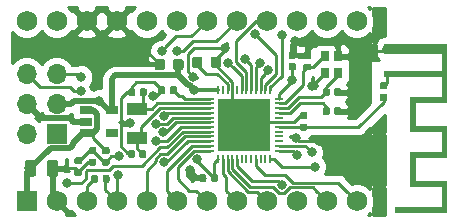
<source format=gbr>
G04 #@! TF.GenerationSoftware,KiCad,Pcbnew,(5.0.0)*
G04 #@! TF.CreationDate,2018-09-27T10:12:33-06:00*
G04 #@! TF.ProjectId,NRF52832 Base,4E5246353238333220426173652E6B69,rev?*
G04 #@! TF.SameCoordinates,Original*
G04 #@! TF.FileFunction,Copper,L1,Top,Signal*
G04 #@! TF.FilePolarity,Positive*
%FSLAX46Y46*%
G04 Gerber Fmt 4.6, Leading zero omitted, Abs format (unit mm)*
G04 Created by KiCad (PCBNEW (5.0.0)) date 09/27/18 10:12:33*
%MOMM*%
%LPD*%
G01*
G04 APERTURE LIST*
G04 #@! TA.AperFunction,EtchedComponent*
%ADD10C,0.100000*%
G04 #@! TD*
G04 #@! TA.AperFunction,Conductor*
%ADD11C,0.100000*%
G04 #@! TD*
G04 #@! TA.AperFunction,SMDPad,CuDef*
%ADD12C,0.590000*%
G04 #@! TD*
G04 #@! TA.AperFunction,SMDPad,CuDef*
%ADD13C,0.875000*%
G04 #@! TD*
G04 #@! TA.AperFunction,SMDPad,CuDef*
%ADD14R,0.800000X0.900000*%
G04 #@! TD*
G04 #@! TA.AperFunction,SMDPad,CuDef*
%ADD15R,1.800000X1.000000*%
G04 #@! TD*
G04 #@! TA.AperFunction,SMDPad,CuDef*
%ADD16R,0.650000X0.200000*%
G04 #@! TD*
G04 #@! TA.AperFunction,SMDPad,CuDef*
%ADD17R,0.200000X0.650000*%
G04 #@! TD*
G04 #@! TA.AperFunction,SMDPad,CuDef*
%ADD18R,4.400000X4.400000*%
G04 #@! TD*
G04 #@! TA.AperFunction,ViaPad*
%ADD19C,0.600000*%
G04 #@! TD*
G04 #@! TA.AperFunction,SMDPad,CuDef*
%ADD20R,0.500000X0.500000*%
G04 #@! TD*
G04 #@! TA.AperFunction,SMDPad,CuDef*
%ADD21R,0.500000X0.900000*%
G04 #@! TD*
G04 #@! TA.AperFunction,ComponentPad*
%ADD22R,1.752600X1.752600*%
G04 #@! TD*
G04 #@! TA.AperFunction,ComponentPad*
%ADD23C,1.752600*%
G04 #@! TD*
G04 #@! TA.AperFunction,ComponentPad*
%ADD24R,1.700000X1.700000*%
G04 #@! TD*
G04 #@! TA.AperFunction,ComponentPad*
%ADD25O,1.700000X1.700000*%
G04 #@! TD*
G04 #@! TA.AperFunction,SMDPad,CuDef*
%ADD26C,0.975000*%
G04 #@! TD*
G04 #@! TA.AperFunction,SMDPad,CuDef*
%ADD27R,1.060000X0.650000*%
G04 #@! TD*
G04 #@! TA.AperFunction,ViaPad*
%ADD28C,0.800000*%
G04 #@! TD*
G04 #@! TA.AperFunction,Conductor*
%ADD29C,0.250000*%
G04 #@! TD*
G04 #@! TA.AperFunction,Conductor*
%ADD30C,0.500000*%
G04 #@! TD*
G04 #@! TA.AperFunction,Conductor*
%ADD31C,0.330000*%
G04 #@! TD*
G04 #@! TA.AperFunction,Conductor*
%ADD32C,0.254000*%
G04 #@! TD*
G04 APERTURE END LIST*
D10*
G04 #@! TO.C,AE1*
G36*
X148164000Y-86120000D02*
X143264000Y-86120000D01*
X143264000Y-86620000D01*
X148164000Y-86620000D01*
X148164000Y-86120000D01*
X148164000Y-86120000D01*
G37*
G36*
X148164000Y-83820000D02*
X143264000Y-83820000D01*
X143264000Y-84720000D01*
X148164000Y-84720000D01*
X148164000Y-83820000D01*
X148164000Y-83820000D01*
G37*
G36*
X148664000Y-83820000D02*
X148164000Y-83820000D01*
X148164000Y-88820000D01*
X148664000Y-88820000D01*
X148664000Y-83820000D01*
X148664000Y-83820000D01*
G37*
G36*
X148164000Y-88320000D02*
X145524000Y-88320000D01*
X145524000Y-88820000D01*
X148164000Y-88820000D01*
X148164000Y-88320000D01*
X148164000Y-88320000D01*
G37*
G36*
X146024000Y-88820000D02*
X145524000Y-88820000D01*
X145524000Y-90820000D01*
X146024000Y-90820000D01*
X146024000Y-88820000D01*
X146024000Y-88820000D01*
G37*
G36*
X148164000Y-90770000D02*
X145524000Y-90770000D01*
X145524000Y-91270000D01*
X148164000Y-91270000D01*
X148164000Y-90770000D01*
X148164000Y-90770000D01*
G37*
G36*
X148664000Y-90770000D02*
X148164000Y-90770000D01*
X148164000Y-93470000D01*
X148664000Y-93470000D01*
X148664000Y-90770000D01*
X148664000Y-90770000D01*
G37*
G36*
X148164000Y-92970000D02*
X145524000Y-92970000D01*
X145524000Y-93470000D01*
X148164000Y-93470000D01*
X148164000Y-92970000D01*
X148164000Y-92970000D01*
G37*
G36*
X146024000Y-93470000D02*
X145524000Y-93470000D01*
X145524000Y-95470000D01*
X146024000Y-95470000D01*
X146024000Y-93470000D01*
X146024000Y-93470000D01*
G37*
G36*
X148164000Y-95470000D02*
X145524000Y-95470000D01*
X145524000Y-95970000D01*
X148164000Y-95970000D01*
X148164000Y-95470000D01*
X148164000Y-95470000D01*
G37*
G36*
X148664000Y-95470000D02*
X148164000Y-95470000D01*
X148164000Y-98170000D01*
X148664000Y-98170000D01*
X148664000Y-95470000D01*
X148664000Y-95470000D01*
G37*
G36*
X148164000Y-97670000D02*
X144224000Y-97670000D01*
X144224000Y-98170000D01*
X148164000Y-98170000D01*
X148164000Y-97670000D01*
X148164000Y-97670000D01*
G37*
G04 #@! TD*
D11*
G04 #@! TO.N,Net-(C1-Pad2)*
G04 #@! TO.C,C1*
G36*
X138559078Y-87612970D02*
X138573396Y-87615094D01*
X138587437Y-87618611D01*
X138601066Y-87623488D01*
X138614151Y-87629677D01*
X138626567Y-87637118D01*
X138638193Y-87645741D01*
X138648918Y-87655462D01*
X138658639Y-87666187D01*
X138667262Y-87677813D01*
X138674703Y-87690229D01*
X138680892Y-87703314D01*
X138685769Y-87716943D01*
X138689286Y-87730984D01*
X138691410Y-87745302D01*
X138692120Y-87759760D01*
X138692120Y-88104760D01*
X138691410Y-88119218D01*
X138689286Y-88133536D01*
X138685769Y-88147577D01*
X138680892Y-88161206D01*
X138674703Y-88174291D01*
X138667262Y-88186707D01*
X138658639Y-88198333D01*
X138648918Y-88209058D01*
X138638193Y-88218779D01*
X138626567Y-88227402D01*
X138614151Y-88234843D01*
X138601066Y-88241032D01*
X138587437Y-88245909D01*
X138573396Y-88249426D01*
X138559078Y-88251550D01*
X138544620Y-88252260D01*
X138249620Y-88252260D01*
X138235162Y-88251550D01*
X138220844Y-88249426D01*
X138206803Y-88245909D01*
X138193174Y-88241032D01*
X138180089Y-88234843D01*
X138167673Y-88227402D01*
X138156047Y-88218779D01*
X138145322Y-88209058D01*
X138135601Y-88198333D01*
X138126978Y-88186707D01*
X138119537Y-88174291D01*
X138113348Y-88161206D01*
X138108471Y-88147577D01*
X138104954Y-88133536D01*
X138102830Y-88119218D01*
X138102120Y-88104760D01*
X138102120Y-87759760D01*
X138102830Y-87745302D01*
X138104954Y-87730984D01*
X138108471Y-87716943D01*
X138113348Y-87703314D01*
X138119537Y-87690229D01*
X138126978Y-87677813D01*
X138135601Y-87666187D01*
X138145322Y-87655462D01*
X138156047Y-87645741D01*
X138167673Y-87637118D01*
X138180089Y-87629677D01*
X138193174Y-87623488D01*
X138206803Y-87618611D01*
X138220844Y-87615094D01*
X138235162Y-87612970D01*
X138249620Y-87612260D01*
X138544620Y-87612260D01*
X138559078Y-87612970D01*
X138559078Y-87612970D01*
G37*
D12*
G04 #@! TD*
G04 #@! TO.P,C1,2*
G04 #@! TO.N,Net-(C1-Pad2)*
X138397120Y-87932260D03*
D11*
G04 #@! TO.N,GND*
G04 #@! TO.C,C1*
G36*
X139529078Y-87612970D02*
X139543396Y-87615094D01*
X139557437Y-87618611D01*
X139571066Y-87623488D01*
X139584151Y-87629677D01*
X139596567Y-87637118D01*
X139608193Y-87645741D01*
X139618918Y-87655462D01*
X139628639Y-87666187D01*
X139637262Y-87677813D01*
X139644703Y-87690229D01*
X139650892Y-87703314D01*
X139655769Y-87716943D01*
X139659286Y-87730984D01*
X139661410Y-87745302D01*
X139662120Y-87759760D01*
X139662120Y-88104760D01*
X139661410Y-88119218D01*
X139659286Y-88133536D01*
X139655769Y-88147577D01*
X139650892Y-88161206D01*
X139644703Y-88174291D01*
X139637262Y-88186707D01*
X139628639Y-88198333D01*
X139618918Y-88209058D01*
X139608193Y-88218779D01*
X139596567Y-88227402D01*
X139584151Y-88234843D01*
X139571066Y-88241032D01*
X139557437Y-88245909D01*
X139543396Y-88249426D01*
X139529078Y-88251550D01*
X139514620Y-88252260D01*
X139219620Y-88252260D01*
X139205162Y-88251550D01*
X139190844Y-88249426D01*
X139176803Y-88245909D01*
X139163174Y-88241032D01*
X139150089Y-88234843D01*
X139137673Y-88227402D01*
X139126047Y-88218779D01*
X139115322Y-88209058D01*
X139105601Y-88198333D01*
X139096978Y-88186707D01*
X139089537Y-88174291D01*
X139083348Y-88161206D01*
X139078471Y-88147577D01*
X139074954Y-88133536D01*
X139072830Y-88119218D01*
X139072120Y-88104760D01*
X139072120Y-87759760D01*
X139072830Y-87745302D01*
X139074954Y-87730984D01*
X139078471Y-87716943D01*
X139083348Y-87703314D01*
X139089537Y-87690229D01*
X139096978Y-87677813D01*
X139105601Y-87666187D01*
X139115322Y-87655462D01*
X139126047Y-87645741D01*
X139137673Y-87637118D01*
X139150089Y-87629677D01*
X139163174Y-87623488D01*
X139176803Y-87618611D01*
X139190844Y-87615094D01*
X139205162Y-87612970D01*
X139219620Y-87612260D01*
X139514620Y-87612260D01*
X139529078Y-87612970D01*
X139529078Y-87612970D01*
G37*
D12*
G04 #@! TD*
G04 #@! TO.P,C1,1*
G04 #@! TO.N,GND*
X139367120Y-87932260D03*
D11*
G04 #@! TO.N,GND*
G04 #@! TO.C,C2*
G36*
X136978658Y-84536770D02*
X136992976Y-84538894D01*
X137007017Y-84542411D01*
X137020646Y-84547288D01*
X137033731Y-84553477D01*
X137046147Y-84560918D01*
X137057773Y-84569541D01*
X137068498Y-84579262D01*
X137078219Y-84589987D01*
X137086842Y-84601613D01*
X137094283Y-84614029D01*
X137100472Y-84627114D01*
X137105349Y-84640743D01*
X137108866Y-84654784D01*
X137110990Y-84669102D01*
X137111700Y-84683560D01*
X137111700Y-84978560D01*
X137110990Y-84993018D01*
X137108866Y-85007336D01*
X137105349Y-85021377D01*
X137100472Y-85035006D01*
X137094283Y-85048091D01*
X137086842Y-85060507D01*
X137078219Y-85072133D01*
X137068498Y-85082858D01*
X137057773Y-85092579D01*
X137046147Y-85101202D01*
X137033731Y-85108643D01*
X137020646Y-85114832D01*
X137007017Y-85119709D01*
X136992976Y-85123226D01*
X136978658Y-85125350D01*
X136964200Y-85126060D01*
X136619200Y-85126060D01*
X136604742Y-85125350D01*
X136590424Y-85123226D01*
X136576383Y-85119709D01*
X136562754Y-85114832D01*
X136549669Y-85108643D01*
X136537253Y-85101202D01*
X136525627Y-85092579D01*
X136514902Y-85082858D01*
X136505181Y-85072133D01*
X136496558Y-85060507D01*
X136489117Y-85048091D01*
X136482928Y-85035006D01*
X136478051Y-85021377D01*
X136474534Y-85007336D01*
X136472410Y-84993018D01*
X136471700Y-84978560D01*
X136471700Y-84683560D01*
X136472410Y-84669102D01*
X136474534Y-84654784D01*
X136478051Y-84640743D01*
X136482928Y-84627114D01*
X136489117Y-84614029D01*
X136496558Y-84601613D01*
X136505181Y-84589987D01*
X136514902Y-84579262D01*
X136525627Y-84569541D01*
X136537253Y-84560918D01*
X136549669Y-84553477D01*
X136562754Y-84547288D01*
X136576383Y-84542411D01*
X136590424Y-84538894D01*
X136604742Y-84536770D01*
X136619200Y-84536060D01*
X136964200Y-84536060D01*
X136978658Y-84536770D01*
X136978658Y-84536770D01*
G37*
D12*
G04 #@! TD*
G04 #@! TO.P,C2,1*
G04 #@! TO.N,GND*
X136791700Y-84831060D03*
D11*
G04 #@! TO.N,Net-(C2-Pad2)*
G04 #@! TO.C,C2*
G36*
X136978658Y-85506770D02*
X136992976Y-85508894D01*
X137007017Y-85512411D01*
X137020646Y-85517288D01*
X137033731Y-85523477D01*
X137046147Y-85530918D01*
X137057773Y-85539541D01*
X137068498Y-85549262D01*
X137078219Y-85559987D01*
X137086842Y-85571613D01*
X137094283Y-85584029D01*
X137100472Y-85597114D01*
X137105349Y-85610743D01*
X137108866Y-85624784D01*
X137110990Y-85639102D01*
X137111700Y-85653560D01*
X137111700Y-85948560D01*
X137110990Y-85963018D01*
X137108866Y-85977336D01*
X137105349Y-85991377D01*
X137100472Y-86005006D01*
X137094283Y-86018091D01*
X137086842Y-86030507D01*
X137078219Y-86042133D01*
X137068498Y-86052858D01*
X137057773Y-86062579D01*
X137046147Y-86071202D01*
X137033731Y-86078643D01*
X137020646Y-86084832D01*
X137007017Y-86089709D01*
X136992976Y-86093226D01*
X136978658Y-86095350D01*
X136964200Y-86096060D01*
X136619200Y-86096060D01*
X136604742Y-86095350D01*
X136590424Y-86093226D01*
X136576383Y-86089709D01*
X136562754Y-86084832D01*
X136549669Y-86078643D01*
X136537253Y-86071202D01*
X136525627Y-86062579D01*
X136514902Y-86052858D01*
X136505181Y-86042133D01*
X136496558Y-86030507D01*
X136489117Y-86018091D01*
X136482928Y-86005006D01*
X136478051Y-85991377D01*
X136474534Y-85977336D01*
X136472410Y-85963018D01*
X136471700Y-85948560D01*
X136471700Y-85653560D01*
X136472410Y-85639102D01*
X136474534Y-85624784D01*
X136478051Y-85610743D01*
X136482928Y-85597114D01*
X136489117Y-85584029D01*
X136496558Y-85571613D01*
X136505181Y-85559987D01*
X136514902Y-85549262D01*
X136525627Y-85539541D01*
X136537253Y-85530918D01*
X136549669Y-85523477D01*
X136562754Y-85517288D01*
X136576383Y-85512411D01*
X136590424Y-85508894D01*
X136604742Y-85506770D01*
X136619200Y-85506060D01*
X136964200Y-85506060D01*
X136978658Y-85506770D01*
X136978658Y-85506770D01*
G37*
D12*
G04 #@! TD*
G04 #@! TO.P,C2,2*
G04 #@! TO.N,Net-(C2-Pad2)*
X136791700Y-85801060D03*
D11*
G04 #@! TO.N,GND*
G04 #@! TO.C,C3*
G36*
X136684018Y-89629470D02*
X136698336Y-89631594D01*
X136712377Y-89635111D01*
X136726006Y-89639988D01*
X136739091Y-89646177D01*
X136751507Y-89653618D01*
X136763133Y-89662241D01*
X136773858Y-89671962D01*
X136783579Y-89682687D01*
X136792202Y-89694313D01*
X136799643Y-89706729D01*
X136805832Y-89719814D01*
X136810709Y-89733443D01*
X136814226Y-89747484D01*
X136816350Y-89761802D01*
X136817060Y-89776260D01*
X136817060Y-90071260D01*
X136816350Y-90085718D01*
X136814226Y-90100036D01*
X136810709Y-90114077D01*
X136805832Y-90127706D01*
X136799643Y-90140791D01*
X136792202Y-90153207D01*
X136783579Y-90164833D01*
X136773858Y-90175558D01*
X136763133Y-90185279D01*
X136751507Y-90193902D01*
X136739091Y-90201343D01*
X136726006Y-90207532D01*
X136712377Y-90212409D01*
X136698336Y-90215926D01*
X136684018Y-90218050D01*
X136669560Y-90218760D01*
X136324560Y-90218760D01*
X136310102Y-90218050D01*
X136295784Y-90215926D01*
X136281743Y-90212409D01*
X136268114Y-90207532D01*
X136255029Y-90201343D01*
X136242613Y-90193902D01*
X136230987Y-90185279D01*
X136220262Y-90175558D01*
X136210541Y-90164833D01*
X136201918Y-90153207D01*
X136194477Y-90140791D01*
X136188288Y-90127706D01*
X136183411Y-90114077D01*
X136179894Y-90100036D01*
X136177770Y-90085718D01*
X136177060Y-90071260D01*
X136177060Y-89776260D01*
X136177770Y-89761802D01*
X136179894Y-89747484D01*
X136183411Y-89733443D01*
X136188288Y-89719814D01*
X136194477Y-89706729D01*
X136201918Y-89694313D01*
X136210541Y-89682687D01*
X136220262Y-89671962D01*
X136230987Y-89662241D01*
X136242613Y-89653618D01*
X136255029Y-89646177D01*
X136268114Y-89639988D01*
X136281743Y-89635111D01*
X136295784Y-89631594D01*
X136310102Y-89629470D01*
X136324560Y-89628760D01*
X136669560Y-89628760D01*
X136684018Y-89629470D01*
X136684018Y-89629470D01*
G37*
D12*
G04 #@! TD*
G04 #@! TO.P,C3,2*
G04 #@! TO.N,GND*
X136497060Y-89923760D03*
D11*
G04 #@! TO.N,Net-(C3-Pad1)*
G04 #@! TO.C,C3*
G36*
X136684018Y-90599470D02*
X136698336Y-90601594D01*
X136712377Y-90605111D01*
X136726006Y-90609988D01*
X136739091Y-90616177D01*
X136751507Y-90623618D01*
X136763133Y-90632241D01*
X136773858Y-90641962D01*
X136783579Y-90652687D01*
X136792202Y-90664313D01*
X136799643Y-90676729D01*
X136805832Y-90689814D01*
X136810709Y-90703443D01*
X136814226Y-90717484D01*
X136816350Y-90731802D01*
X136817060Y-90746260D01*
X136817060Y-91041260D01*
X136816350Y-91055718D01*
X136814226Y-91070036D01*
X136810709Y-91084077D01*
X136805832Y-91097706D01*
X136799643Y-91110791D01*
X136792202Y-91123207D01*
X136783579Y-91134833D01*
X136773858Y-91145558D01*
X136763133Y-91155279D01*
X136751507Y-91163902D01*
X136739091Y-91171343D01*
X136726006Y-91177532D01*
X136712377Y-91182409D01*
X136698336Y-91185926D01*
X136684018Y-91188050D01*
X136669560Y-91188760D01*
X136324560Y-91188760D01*
X136310102Y-91188050D01*
X136295784Y-91185926D01*
X136281743Y-91182409D01*
X136268114Y-91177532D01*
X136255029Y-91171343D01*
X136242613Y-91163902D01*
X136230987Y-91155279D01*
X136220262Y-91145558D01*
X136210541Y-91134833D01*
X136201918Y-91123207D01*
X136194477Y-91110791D01*
X136188288Y-91097706D01*
X136183411Y-91084077D01*
X136179894Y-91070036D01*
X136177770Y-91055718D01*
X136177060Y-91041260D01*
X136177060Y-90746260D01*
X136177770Y-90731802D01*
X136179894Y-90717484D01*
X136183411Y-90703443D01*
X136188288Y-90689814D01*
X136194477Y-90676729D01*
X136201918Y-90664313D01*
X136210541Y-90652687D01*
X136220262Y-90641962D01*
X136230987Y-90632241D01*
X136242613Y-90623618D01*
X136255029Y-90616177D01*
X136268114Y-90609988D01*
X136281743Y-90605111D01*
X136295784Y-90601594D01*
X136310102Y-90599470D01*
X136324560Y-90598760D01*
X136669560Y-90598760D01*
X136684018Y-90599470D01*
X136684018Y-90599470D01*
G37*
D12*
G04 #@! TD*
G04 #@! TO.P,C3,1*
G04 #@! TO.N,Net-(C3-Pad1)*
X136497060Y-90893760D03*
D11*
G04 #@! TO.N,GND*
G04 #@! TO.C,C4*
G36*
X124644958Y-87437710D02*
X124659276Y-87439834D01*
X124673317Y-87443351D01*
X124686946Y-87448228D01*
X124700031Y-87454417D01*
X124712447Y-87461858D01*
X124724073Y-87470481D01*
X124734798Y-87480202D01*
X124744519Y-87490927D01*
X124753142Y-87502553D01*
X124760583Y-87514969D01*
X124766772Y-87528054D01*
X124771649Y-87541683D01*
X124775166Y-87555724D01*
X124777290Y-87570042D01*
X124778000Y-87584500D01*
X124778000Y-87929500D01*
X124777290Y-87943958D01*
X124775166Y-87958276D01*
X124771649Y-87972317D01*
X124766772Y-87985946D01*
X124760583Y-87999031D01*
X124753142Y-88011447D01*
X124744519Y-88023073D01*
X124734798Y-88033798D01*
X124724073Y-88043519D01*
X124712447Y-88052142D01*
X124700031Y-88059583D01*
X124686946Y-88065772D01*
X124673317Y-88070649D01*
X124659276Y-88074166D01*
X124644958Y-88076290D01*
X124630500Y-88077000D01*
X124335500Y-88077000D01*
X124321042Y-88076290D01*
X124306724Y-88074166D01*
X124292683Y-88070649D01*
X124279054Y-88065772D01*
X124265969Y-88059583D01*
X124253553Y-88052142D01*
X124241927Y-88043519D01*
X124231202Y-88033798D01*
X124221481Y-88023073D01*
X124212858Y-88011447D01*
X124205417Y-87999031D01*
X124199228Y-87985946D01*
X124194351Y-87972317D01*
X124190834Y-87958276D01*
X124188710Y-87943958D01*
X124188000Y-87929500D01*
X124188000Y-87584500D01*
X124188710Y-87570042D01*
X124190834Y-87555724D01*
X124194351Y-87541683D01*
X124199228Y-87528054D01*
X124205417Y-87514969D01*
X124212858Y-87502553D01*
X124221481Y-87490927D01*
X124231202Y-87480202D01*
X124241927Y-87470481D01*
X124253553Y-87461858D01*
X124265969Y-87454417D01*
X124279054Y-87448228D01*
X124292683Y-87443351D01*
X124306724Y-87439834D01*
X124321042Y-87437710D01*
X124335500Y-87437000D01*
X124630500Y-87437000D01*
X124644958Y-87437710D01*
X124644958Y-87437710D01*
G37*
D12*
G04 #@! TD*
G04 #@! TO.P,C4,2*
G04 #@! TO.N,GND*
X124483000Y-87757000D03*
D11*
G04 #@! TO.N,Net-(C4-Pad1)*
G04 #@! TO.C,C4*
G36*
X125614958Y-87437710D02*
X125629276Y-87439834D01*
X125643317Y-87443351D01*
X125656946Y-87448228D01*
X125670031Y-87454417D01*
X125682447Y-87461858D01*
X125694073Y-87470481D01*
X125704798Y-87480202D01*
X125714519Y-87490927D01*
X125723142Y-87502553D01*
X125730583Y-87514969D01*
X125736772Y-87528054D01*
X125741649Y-87541683D01*
X125745166Y-87555724D01*
X125747290Y-87570042D01*
X125748000Y-87584500D01*
X125748000Y-87929500D01*
X125747290Y-87943958D01*
X125745166Y-87958276D01*
X125741649Y-87972317D01*
X125736772Y-87985946D01*
X125730583Y-87999031D01*
X125723142Y-88011447D01*
X125714519Y-88023073D01*
X125704798Y-88033798D01*
X125694073Y-88043519D01*
X125682447Y-88052142D01*
X125670031Y-88059583D01*
X125656946Y-88065772D01*
X125643317Y-88070649D01*
X125629276Y-88074166D01*
X125614958Y-88076290D01*
X125600500Y-88077000D01*
X125305500Y-88077000D01*
X125291042Y-88076290D01*
X125276724Y-88074166D01*
X125262683Y-88070649D01*
X125249054Y-88065772D01*
X125235969Y-88059583D01*
X125223553Y-88052142D01*
X125211927Y-88043519D01*
X125201202Y-88033798D01*
X125191481Y-88023073D01*
X125182858Y-88011447D01*
X125175417Y-87999031D01*
X125169228Y-87985946D01*
X125164351Y-87972317D01*
X125160834Y-87958276D01*
X125158710Y-87943958D01*
X125158000Y-87929500D01*
X125158000Y-87584500D01*
X125158710Y-87570042D01*
X125160834Y-87555724D01*
X125164351Y-87541683D01*
X125169228Y-87528054D01*
X125175417Y-87514969D01*
X125182858Y-87502553D01*
X125191481Y-87490927D01*
X125201202Y-87480202D01*
X125211927Y-87470481D01*
X125223553Y-87461858D01*
X125235969Y-87454417D01*
X125249054Y-87448228D01*
X125262683Y-87443351D01*
X125276724Y-87439834D01*
X125291042Y-87437710D01*
X125305500Y-87437000D01*
X125600500Y-87437000D01*
X125614958Y-87437710D01*
X125614958Y-87437710D01*
G37*
D12*
G04 #@! TD*
G04 #@! TO.P,C4,1*
G04 #@! TO.N,Net-(C4-Pad1)*
X125453000Y-87757000D03*
D11*
G04 #@! TO.N,VCC*
G04 #@! TO.C,C5*
G36*
X129092358Y-94879910D02*
X129106676Y-94882034D01*
X129120717Y-94885551D01*
X129134346Y-94890428D01*
X129147431Y-94896617D01*
X129159847Y-94904058D01*
X129171473Y-94912681D01*
X129182198Y-94922402D01*
X129191919Y-94933127D01*
X129200542Y-94944753D01*
X129207983Y-94957169D01*
X129214172Y-94970254D01*
X129219049Y-94983883D01*
X129222566Y-94997924D01*
X129224690Y-95012242D01*
X129225400Y-95026700D01*
X129225400Y-95371700D01*
X129224690Y-95386158D01*
X129222566Y-95400476D01*
X129219049Y-95414517D01*
X129214172Y-95428146D01*
X129207983Y-95441231D01*
X129200542Y-95453647D01*
X129191919Y-95465273D01*
X129182198Y-95475998D01*
X129171473Y-95485719D01*
X129159847Y-95494342D01*
X129147431Y-95501783D01*
X129134346Y-95507972D01*
X129120717Y-95512849D01*
X129106676Y-95516366D01*
X129092358Y-95518490D01*
X129077900Y-95519200D01*
X128782900Y-95519200D01*
X128768442Y-95518490D01*
X128754124Y-95516366D01*
X128740083Y-95512849D01*
X128726454Y-95507972D01*
X128713369Y-95501783D01*
X128700953Y-95494342D01*
X128689327Y-95485719D01*
X128678602Y-95475998D01*
X128668881Y-95465273D01*
X128660258Y-95453647D01*
X128652817Y-95441231D01*
X128646628Y-95428146D01*
X128641751Y-95414517D01*
X128638234Y-95400476D01*
X128636110Y-95386158D01*
X128635400Y-95371700D01*
X128635400Y-95026700D01*
X128636110Y-95012242D01*
X128638234Y-94997924D01*
X128641751Y-94983883D01*
X128646628Y-94970254D01*
X128652817Y-94957169D01*
X128660258Y-94944753D01*
X128668881Y-94933127D01*
X128678602Y-94922402D01*
X128689327Y-94912681D01*
X128700953Y-94904058D01*
X128713369Y-94896617D01*
X128726454Y-94890428D01*
X128740083Y-94885551D01*
X128754124Y-94882034D01*
X128768442Y-94879910D01*
X128782900Y-94879200D01*
X129077900Y-94879200D01*
X129092358Y-94879910D01*
X129092358Y-94879910D01*
G37*
D12*
G04 #@! TD*
G04 #@! TO.P,C5,1*
G04 #@! TO.N,VCC*
X128930400Y-95199200D03*
D11*
G04 #@! TO.N,GND*
G04 #@! TO.C,C5*
G36*
X128122358Y-94879910D02*
X128136676Y-94882034D01*
X128150717Y-94885551D01*
X128164346Y-94890428D01*
X128177431Y-94896617D01*
X128189847Y-94904058D01*
X128201473Y-94912681D01*
X128212198Y-94922402D01*
X128221919Y-94933127D01*
X128230542Y-94944753D01*
X128237983Y-94957169D01*
X128244172Y-94970254D01*
X128249049Y-94983883D01*
X128252566Y-94997924D01*
X128254690Y-95012242D01*
X128255400Y-95026700D01*
X128255400Y-95371700D01*
X128254690Y-95386158D01*
X128252566Y-95400476D01*
X128249049Y-95414517D01*
X128244172Y-95428146D01*
X128237983Y-95441231D01*
X128230542Y-95453647D01*
X128221919Y-95465273D01*
X128212198Y-95475998D01*
X128201473Y-95485719D01*
X128189847Y-95494342D01*
X128177431Y-95501783D01*
X128164346Y-95507972D01*
X128150717Y-95512849D01*
X128136676Y-95516366D01*
X128122358Y-95518490D01*
X128107900Y-95519200D01*
X127812900Y-95519200D01*
X127798442Y-95518490D01*
X127784124Y-95516366D01*
X127770083Y-95512849D01*
X127756454Y-95507972D01*
X127743369Y-95501783D01*
X127730953Y-95494342D01*
X127719327Y-95485719D01*
X127708602Y-95475998D01*
X127698881Y-95465273D01*
X127690258Y-95453647D01*
X127682817Y-95441231D01*
X127676628Y-95428146D01*
X127671751Y-95414517D01*
X127668234Y-95400476D01*
X127666110Y-95386158D01*
X127665400Y-95371700D01*
X127665400Y-95026700D01*
X127666110Y-95012242D01*
X127668234Y-94997924D01*
X127671751Y-94983883D01*
X127676628Y-94970254D01*
X127682817Y-94957169D01*
X127690258Y-94944753D01*
X127698881Y-94933127D01*
X127708602Y-94922402D01*
X127719327Y-94912681D01*
X127730953Y-94904058D01*
X127743369Y-94896617D01*
X127756454Y-94890428D01*
X127770083Y-94885551D01*
X127784124Y-94882034D01*
X127798442Y-94879910D01*
X127812900Y-94879200D01*
X128107900Y-94879200D01*
X128122358Y-94879910D01*
X128122358Y-94879910D01*
G37*
D12*
G04 #@! TD*
G04 #@! TO.P,C5,2*
G04 #@! TO.N,GND*
X127960400Y-95199200D03*
D11*
G04 #@! TO.N,GND*
G04 #@! TO.C,C7*
G36*
X139531758Y-89215710D02*
X139546076Y-89217834D01*
X139560117Y-89221351D01*
X139573746Y-89226228D01*
X139586831Y-89232417D01*
X139599247Y-89239858D01*
X139610873Y-89248481D01*
X139621598Y-89258202D01*
X139631319Y-89268927D01*
X139639942Y-89280553D01*
X139647383Y-89292969D01*
X139653572Y-89306054D01*
X139658449Y-89319683D01*
X139661966Y-89333724D01*
X139664090Y-89348042D01*
X139664800Y-89362500D01*
X139664800Y-89707500D01*
X139664090Y-89721958D01*
X139661966Y-89736276D01*
X139658449Y-89750317D01*
X139653572Y-89763946D01*
X139647383Y-89777031D01*
X139639942Y-89789447D01*
X139631319Y-89801073D01*
X139621598Y-89811798D01*
X139610873Y-89821519D01*
X139599247Y-89830142D01*
X139586831Y-89837583D01*
X139573746Y-89843772D01*
X139560117Y-89848649D01*
X139546076Y-89852166D01*
X139531758Y-89854290D01*
X139517300Y-89855000D01*
X139222300Y-89855000D01*
X139207842Y-89854290D01*
X139193524Y-89852166D01*
X139179483Y-89848649D01*
X139165854Y-89843772D01*
X139152769Y-89837583D01*
X139140353Y-89830142D01*
X139128727Y-89821519D01*
X139118002Y-89811798D01*
X139108281Y-89801073D01*
X139099658Y-89789447D01*
X139092217Y-89777031D01*
X139086028Y-89763946D01*
X139081151Y-89750317D01*
X139077634Y-89736276D01*
X139075510Y-89721958D01*
X139074800Y-89707500D01*
X139074800Y-89362500D01*
X139075510Y-89348042D01*
X139077634Y-89333724D01*
X139081151Y-89319683D01*
X139086028Y-89306054D01*
X139092217Y-89292969D01*
X139099658Y-89280553D01*
X139108281Y-89268927D01*
X139118002Y-89258202D01*
X139128727Y-89248481D01*
X139140353Y-89239858D01*
X139152769Y-89232417D01*
X139165854Y-89226228D01*
X139179483Y-89221351D01*
X139193524Y-89217834D01*
X139207842Y-89215710D01*
X139222300Y-89215000D01*
X139517300Y-89215000D01*
X139531758Y-89215710D01*
X139531758Y-89215710D01*
G37*
D12*
G04 #@! TD*
G04 #@! TO.P,C7,1*
G04 #@! TO.N,GND*
X139369800Y-89535000D03*
D11*
G04 #@! TO.N,Net-(C7-Pad2)*
G04 #@! TO.C,C7*
G36*
X138561758Y-89215710D02*
X138576076Y-89217834D01*
X138590117Y-89221351D01*
X138603746Y-89226228D01*
X138616831Y-89232417D01*
X138629247Y-89239858D01*
X138640873Y-89248481D01*
X138651598Y-89258202D01*
X138661319Y-89268927D01*
X138669942Y-89280553D01*
X138677383Y-89292969D01*
X138683572Y-89306054D01*
X138688449Y-89319683D01*
X138691966Y-89333724D01*
X138694090Y-89348042D01*
X138694800Y-89362500D01*
X138694800Y-89707500D01*
X138694090Y-89721958D01*
X138691966Y-89736276D01*
X138688449Y-89750317D01*
X138683572Y-89763946D01*
X138677383Y-89777031D01*
X138669942Y-89789447D01*
X138661319Y-89801073D01*
X138651598Y-89811798D01*
X138640873Y-89821519D01*
X138629247Y-89830142D01*
X138616831Y-89837583D01*
X138603746Y-89843772D01*
X138590117Y-89848649D01*
X138576076Y-89852166D01*
X138561758Y-89854290D01*
X138547300Y-89855000D01*
X138252300Y-89855000D01*
X138237842Y-89854290D01*
X138223524Y-89852166D01*
X138209483Y-89848649D01*
X138195854Y-89843772D01*
X138182769Y-89837583D01*
X138170353Y-89830142D01*
X138158727Y-89821519D01*
X138148002Y-89811798D01*
X138138281Y-89801073D01*
X138129658Y-89789447D01*
X138122217Y-89777031D01*
X138116028Y-89763946D01*
X138111151Y-89750317D01*
X138107634Y-89736276D01*
X138105510Y-89721958D01*
X138104800Y-89707500D01*
X138104800Y-89362500D01*
X138105510Y-89348042D01*
X138107634Y-89333724D01*
X138111151Y-89319683D01*
X138116028Y-89306054D01*
X138122217Y-89292969D01*
X138129658Y-89280553D01*
X138138281Y-89268927D01*
X138148002Y-89258202D01*
X138158727Y-89248481D01*
X138170353Y-89239858D01*
X138182769Y-89232417D01*
X138195854Y-89226228D01*
X138209483Y-89221351D01*
X138223524Y-89217834D01*
X138237842Y-89215710D01*
X138252300Y-89215000D01*
X138547300Y-89215000D01*
X138561758Y-89215710D01*
X138561758Y-89215710D01*
G37*
D12*
G04 #@! TD*
G04 #@! TO.P,C7,2*
G04 #@! TO.N,Net-(C7-Pad2)*
X138399800Y-89535000D03*
D11*
G04 #@! TO.N,VCC*
G04 #@! TO.C,C8*
G36*
X135721358Y-85483910D02*
X135735676Y-85486034D01*
X135749717Y-85489551D01*
X135763346Y-85494428D01*
X135776431Y-85500617D01*
X135788847Y-85508058D01*
X135800473Y-85516681D01*
X135811198Y-85526402D01*
X135820919Y-85537127D01*
X135829542Y-85548753D01*
X135836983Y-85561169D01*
X135843172Y-85574254D01*
X135848049Y-85587883D01*
X135851566Y-85601924D01*
X135853690Y-85616242D01*
X135854400Y-85630700D01*
X135854400Y-85925700D01*
X135853690Y-85940158D01*
X135851566Y-85954476D01*
X135848049Y-85968517D01*
X135843172Y-85982146D01*
X135836983Y-85995231D01*
X135829542Y-86007647D01*
X135820919Y-86019273D01*
X135811198Y-86029998D01*
X135800473Y-86039719D01*
X135788847Y-86048342D01*
X135776431Y-86055783D01*
X135763346Y-86061972D01*
X135749717Y-86066849D01*
X135735676Y-86070366D01*
X135721358Y-86072490D01*
X135706900Y-86073200D01*
X135361900Y-86073200D01*
X135347442Y-86072490D01*
X135333124Y-86070366D01*
X135319083Y-86066849D01*
X135305454Y-86061972D01*
X135292369Y-86055783D01*
X135279953Y-86048342D01*
X135268327Y-86039719D01*
X135257602Y-86029998D01*
X135247881Y-86019273D01*
X135239258Y-86007647D01*
X135231817Y-85995231D01*
X135225628Y-85982146D01*
X135220751Y-85968517D01*
X135217234Y-85954476D01*
X135215110Y-85940158D01*
X135214400Y-85925700D01*
X135214400Y-85630700D01*
X135215110Y-85616242D01*
X135217234Y-85601924D01*
X135220751Y-85587883D01*
X135225628Y-85574254D01*
X135231817Y-85561169D01*
X135239258Y-85548753D01*
X135247881Y-85537127D01*
X135257602Y-85526402D01*
X135268327Y-85516681D01*
X135279953Y-85508058D01*
X135292369Y-85500617D01*
X135305454Y-85494428D01*
X135319083Y-85489551D01*
X135333124Y-85486034D01*
X135347442Y-85483910D01*
X135361900Y-85483200D01*
X135706900Y-85483200D01*
X135721358Y-85483910D01*
X135721358Y-85483910D01*
G37*
D12*
G04 #@! TD*
G04 #@! TO.P,C8,1*
G04 #@! TO.N,VCC*
X135534400Y-85778200D03*
D11*
G04 #@! TO.N,GND*
G04 #@! TO.C,C8*
G36*
X135721358Y-84513910D02*
X135735676Y-84516034D01*
X135749717Y-84519551D01*
X135763346Y-84524428D01*
X135776431Y-84530617D01*
X135788847Y-84538058D01*
X135800473Y-84546681D01*
X135811198Y-84556402D01*
X135820919Y-84567127D01*
X135829542Y-84578753D01*
X135836983Y-84591169D01*
X135843172Y-84604254D01*
X135848049Y-84617883D01*
X135851566Y-84631924D01*
X135853690Y-84646242D01*
X135854400Y-84660700D01*
X135854400Y-84955700D01*
X135853690Y-84970158D01*
X135851566Y-84984476D01*
X135848049Y-84998517D01*
X135843172Y-85012146D01*
X135836983Y-85025231D01*
X135829542Y-85037647D01*
X135820919Y-85049273D01*
X135811198Y-85059998D01*
X135800473Y-85069719D01*
X135788847Y-85078342D01*
X135776431Y-85085783D01*
X135763346Y-85091972D01*
X135749717Y-85096849D01*
X135735676Y-85100366D01*
X135721358Y-85102490D01*
X135706900Y-85103200D01*
X135361900Y-85103200D01*
X135347442Y-85102490D01*
X135333124Y-85100366D01*
X135319083Y-85096849D01*
X135305454Y-85091972D01*
X135292369Y-85085783D01*
X135279953Y-85078342D01*
X135268327Y-85069719D01*
X135257602Y-85059998D01*
X135247881Y-85049273D01*
X135239258Y-85037647D01*
X135231817Y-85025231D01*
X135225628Y-85012146D01*
X135220751Y-84998517D01*
X135217234Y-84984476D01*
X135215110Y-84970158D01*
X135214400Y-84955700D01*
X135214400Y-84660700D01*
X135215110Y-84646242D01*
X135217234Y-84631924D01*
X135220751Y-84617883D01*
X135225628Y-84604254D01*
X135231817Y-84591169D01*
X135239258Y-84578753D01*
X135247881Y-84567127D01*
X135257602Y-84556402D01*
X135268327Y-84546681D01*
X135279953Y-84538058D01*
X135292369Y-84530617D01*
X135305454Y-84524428D01*
X135319083Y-84519551D01*
X135333124Y-84516034D01*
X135347442Y-84513910D01*
X135361900Y-84513200D01*
X135706900Y-84513200D01*
X135721358Y-84513910D01*
X135721358Y-84513910D01*
G37*
D12*
G04 #@! TD*
G04 #@! TO.P,C8,2*
G04 #@! TO.N,GND*
X135534400Y-84808200D03*
D11*
G04 #@! TO.N,GND*
G04 #@! TO.C,C9*
G36*
X124547691Y-85124053D02*
X124568926Y-85127203D01*
X124589750Y-85132419D01*
X124609962Y-85139651D01*
X124629368Y-85148830D01*
X124647781Y-85159866D01*
X124665024Y-85172654D01*
X124680930Y-85187070D01*
X124695346Y-85202976D01*
X124708134Y-85220219D01*
X124719170Y-85238632D01*
X124728349Y-85258038D01*
X124735581Y-85278250D01*
X124740797Y-85299074D01*
X124743947Y-85320309D01*
X124745000Y-85341750D01*
X124745000Y-85854250D01*
X124743947Y-85875691D01*
X124740797Y-85896926D01*
X124735581Y-85917750D01*
X124728349Y-85937962D01*
X124719170Y-85957368D01*
X124708134Y-85975781D01*
X124695346Y-85993024D01*
X124680930Y-86008930D01*
X124665024Y-86023346D01*
X124647781Y-86036134D01*
X124629368Y-86047170D01*
X124609962Y-86056349D01*
X124589750Y-86063581D01*
X124568926Y-86068797D01*
X124547691Y-86071947D01*
X124526250Y-86073000D01*
X124088750Y-86073000D01*
X124067309Y-86071947D01*
X124046074Y-86068797D01*
X124025250Y-86063581D01*
X124005038Y-86056349D01*
X123985632Y-86047170D01*
X123967219Y-86036134D01*
X123949976Y-86023346D01*
X123934070Y-86008930D01*
X123919654Y-85993024D01*
X123906866Y-85975781D01*
X123895830Y-85957368D01*
X123886651Y-85937962D01*
X123879419Y-85917750D01*
X123874203Y-85896926D01*
X123871053Y-85875691D01*
X123870000Y-85854250D01*
X123870000Y-85341750D01*
X123871053Y-85320309D01*
X123874203Y-85299074D01*
X123879419Y-85278250D01*
X123886651Y-85258038D01*
X123895830Y-85238632D01*
X123906866Y-85220219D01*
X123919654Y-85202976D01*
X123934070Y-85187070D01*
X123949976Y-85172654D01*
X123967219Y-85159866D01*
X123985632Y-85148830D01*
X124005038Y-85139651D01*
X124025250Y-85132419D01*
X124046074Y-85127203D01*
X124067309Y-85124053D01*
X124088750Y-85123000D01*
X124526250Y-85123000D01*
X124547691Y-85124053D01*
X124547691Y-85124053D01*
G37*
D13*
G04 #@! TD*
G04 #@! TO.P,C9,2*
G04 #@! TO.N,GND*
X124307500Y-85598000D03*
D11*
G04 #@! TO.N,VCC*
G04 #@! TO.C,C9*
G36*
X126122691Y-85124053D02*
X126143926Y-85127203D01*
X126164750Y-85132419D01*
X126184962Y-85139651D01*
X126204368Y-85148830D01*
X126222781Y-85159866D01*
X126240024Y-85172654D01*
X126255930Y-85187070D01*
X126270346Y-85202976D01*
X126283134Y-85220219D01*
X126294170Y-85238632D01*
X126303349Y-85258038D01*
X126310581Y-85278250D01*
X126315797Y-85299074D01*
X126318947Y-85320309D01*
X126320000Y-85341750D01*
X126320000Y-85854250D01*
X126318947Y-85875691D01*
X126315797Y-85896926D01*
X126310581Y-85917750D01*
X126303349Y-85937962D01*
X126294170Y-85957368D01*
X126283134Y-85975781D01*
X126270346Y-85993024D01*
X126255930Y-86008930D01*
X126240024Y-86023346D01*
X126222781Y-86036134D01*
X126204368Y-86047170D01*
X126184962Y-86056349D01*
X126164750Y-86063581D01*
X126143926Y-86068797D01*
X126122691Y-86071947D01*
X126101250Y-86073000D01*
X125663750Y-86073000D01*
X125642309Y-86071947D01*
X125621074Y-86068797D01*
X125600250Y-86063581D01*
X125580038Y-86056349D01*
X125560632Y-86047170D01*
X125542219Y-86036134D01*
X125524976Y-86023346D01*
X125509070Y-86008930D01*
X125494654Y-85993024D01*
X125481866Y-85975781D01*
X125470830Y-85957368D01*
X125461651Y-85937962D01*
X125454419Y-85917750D01*
X125449203Y-85896926D01*
X125446053Y-85875691D01*
X125445000Y-85854250D01*
X125445000Y-85341750D01*
X125446053Y-85320309D01*
X125449203Y-85299074D01*
X125454419Y-85278250D01*
X125461651Y-85258038D01*
X125470830Y-85238632D01*
X125481866Y-85220219D01*
X125494654Y-85202976D01*
X125509070Y-85187070D01*
X125524976Y-85172654D01*
X125542219Y-85159866D01*
X125560632Y-85148830D01*
X125580038Y-85139651D01*
X125600250Y-85132419D01*
X125621074Y-85127203D01*
X125642309Y-85124053D01*
X125663750Y-85123000D01*
X126101250Y-85123000D01*
X126122691Y-85124053D01*
X126122691Y-85124053D01*
G37*
D13*
G04 #@! TD*
G04 #@! TO.P,C9,1*
G04 #@! TO.N,VCC*
X125882500Y-85598000D03*
D11*
G04 #@! TO.N,Net-(C10-Pad1)*
G04 #@! TO.C,C10*
G36*
X127722691Y-84920853D02*
X127743926Y-84924003D01*
X127764750Y-84929219D01*
X127784962Y-84936451D01*
X127804368Y-84945630D01*
X127822781Y-84956666D01*
X127840024Y-84969454D01*
X127855930Y-84983870D01*
X127870346Y-84999776D01*
X127883134Y-85017019D01*
X127894170Y-85035432D01*
X127903349Y-85054838D01*
X127910581Y-85075050D01*
X127915797Y-85095874D01*
X127918947Y-85117109D01*
X127920000Y-85138550D01*
X127920000Y-85651050D01*
X127918947Y-85672491D01*
X127915797Y-85693726D01*
X127910581Y-85714550D01*
X127903349Y-85734762D01*
X127894170Y-85754168D01*
X127883134Y-85772581D01*
X127870346Y-85789824D01*
X127855930Y-85805730D01*
X127840024Y-85820146D01*
X127822781Y-85832934D01*
X127804368Y-85843970D01*
X127784962Y-85853149D01*
X127764750Y-85860381D01*
X127743926Y-85865597D01*
X127722691Y-85868747D01*
X127701250Y-85869800D01*
X127263750Y-85869800D01*
X127242309Y-85868747D01*
X127221074Y-85865597D01*
X127200250Y-85860381D01*
X127180038Y-85853149D01*
X127160632Y-85843970D01*
X127142219Y-85832934D01*
X127124976Y-85820146D01*
X127109070Y-85805730D01*
X127094654Y-85789824D01*
X127081866Y-85772581D01*
X127070830Y-85754168D01*
X127061651Y-85734762D01*
X127054419Y-85714550D01*
X127049203Y-85693726D01*
X127046053Y-85672491D01*
X127045000Y-85651050D01*
X127045000Y-85138550D01*
X127046053Y-85117109D01*
X127049203Y-85095874D01*
X127054419Y-85075050D01*
X127061651Y-85054838D01*
X127070830Y-85035432D01*
X127081866Y-85017019D01*
X127094654Y-84999776D01*
X127109070Y-84983870D01*
X127124976Y-84969454D01*
X127142219Y-84956666D01*
X127160632Y-84945630D01*
X127180038Y-84936451D01*
X127200250Y-84929219D01*
X127221074Y-84924003D01*
X127242309Y-84920853D01*
X127263750Y-84919800D01*
X127701250Y-84919800D01*
X127722691Y-84920853D01*
X127722691Y-84920853D01*
G37*
D13*
G04 #@! TD*
G04 #@! TO.P,C10,1*
G04 #@! TO.N,Net-(C10-Pad1)*
X127482500Y-85394800D03*
D11*
G04 #@! TO.N,GND*
G04 #@! TO.C,C10*
G36*
X129297691Y-84920853D02*
X129318926Y-84924003D01*
X129339750Y-84929219D01*
X129359962Y-84936451D01*
X129379368Y-84945630D01*
X129397781Y-84956666D01*
X129415024Y-84969454D01*
X129430930Y-84983870D01*
X129445346Y-84999776D01*
X129458134Y-85017019D01*
X129469170Y-85035432D01*
X129478349Y-85054838D01*
X129485581Y-85075050D01*
X129490797Y-85095874D01*
X129493947Y-85117109D01*
X129495000Y-85138550D01*
X129495000Y-85651050D01*
X129493947Y-85672491D01*
X129490797Y-85693726D01*
X129485581Y-85714550D01*
X129478349Y-85734762D01*
X129469170Y-85754168D01*
X129458134Y-85772581D01*
X129445346Y-85789824D01*
X129430930Y-85805730D01*
X129415024Y-85820146D01*
X129397781Y-85832934D01*
X129379368Y-85843970D01*
X129359962Y-85853149D01*
X129339750Y-85860381D01*
X129318926Y-85865597D01*
X129297691Y-85868747D01*
X129276250Y-85869800D01*
X128838750Y-85869800D01*
X128817309Y-85868747D01*
X128796074Y-85865597D01*
X128775250Y-85860381D01*
X128755038Y-85853149D01*
X128735632Y-85843970D01*
X128717219Y-85832934D01*
X128699976Y-85820146D01*
X128684070Y-85805730D01*
X128669654Y-85789824D01*
X128656866Y-85772581D01*
X128645830Y-85754168D01*
X128636651Y-85734762D01*
X128629419Y-85714550D01*
X128624203Y-85693726D01*
X128621053Y-85672491D01*
X128620000Y-85651050D01*
X128620000Y-85138550D01*
X128621053Y-85117109D01*
X128624203Y-85095874D01*
X128629419Y-85075050D01*
X128636651Y-85054838D01*
X128645830Y-85035432D01*
X128656866Y-85017019D01*
X128669654Y-84999776D01*
X128684070Y-84983870D01*
X128699976Y-84969454D01*
X128717219Y-84956666D01*
X128735632Y-84945630D01*
X128755038Y-84936451D01*
X128775250Y-84929219D01*
X128796074Y-84924003D01*
X128817309Y-84920853D01*
X128838750Y-84919800D01*
X129276250Y-84919800D01*
X129297691Y-84920853D01*
X129297691Y-84920853D01*
G37*
D13*
G04 #@! TD*
G04 #@! TO.P,C10,2*
G04 #@! TO.N,GND*
X129057500Y-85394800D03*
D11*
G04 #@! TO.N,Net-(C11-Pad1)*
G04 #@! TO.C,C11*
G36*
X123072418Y-87620590D02*
X123086736Y-87622714D01*
X123100777Y-87626231D01*
X123114406Y-87631108D01*
X123127491Y-87637297D01*
X123139907Y-87644738D01*
X123151533Y-87653361D01*
X123162258Y-87663082D01*
X123171979Y-87673807D01*
X123180602Y-87685433D01*
X123188043Y-87697849D01*
X123194232Y-87710934D01*
X123199109Y-87724563D01*
X123202626Y-87738604D01*
X123204750Y-87752922D01*
X123205460Y-87767380D01*
X123205460Y-88112380D01*
X123204750Y-88126838D01*
X123202626Y-88141156D01*
X123199109Y-88155197D01*
X123194232Y-88168826D01*
X123188043Y-88181911D01*
X123180602Y-88194327D01*
X123171979Y-88205953D01*
X123162258Y-88216678D01*
X123151533Y-88226399D01*
X123139907Y-88235022D01*
X123127491Y-88242463D01*
X123114406Y-88248652D01*
X123100777Y-88253529D01*
X123086736Y-88257046D01*
X123072418Y-88259170D01*
X123057960Y-88259880D01*
X122762960Y-88259880D01*
X122748502Y-88259170D01*
X122734184Y-88257046D01*
X122720143Y-88253529D01*
X122706514Y-88248652D01*
X122693429Y-88242463D01*
X122681013Y-88235022D01*
X122669387Y-88226399D01*
X122658662Y-88216678D01*
X122648941Y-88205953D01*
X122640318Y-88194327D01*
X122632877Y-88181911D01*
X122626688Y-88168826D01*
X122621811Y-88155197D01*
X122618294Y-88141156D01*
X122616170Y-88126838D01*
X122615460Y-88112380D01*
X122615460Y-87767380D01*
X122616170Y-87752922D01*
X122618294Y-87738604D01*
X122621811Y-87724563D01*
X122626688Y-87710934D01*
X122632877Y-87697849D01*
X122640318Y-87685433D01*
X122648941Y-87673807D01*
X122658662Y-87663082D01*
X122669387Y-87653361D01*
X122681013Y-87644738D01*
X122693429Y-87637297D01*
X122706514Y-87631108D01*
X122720143Y-87626231D01*
X122734184Y-87622714D01*
X122748502Y-87620590D01*
X122762960Y-87619880D01*
X123057960Y-87619880D01*
X123072418Y-87620590D01*
X123072418Y-87620590D01*
G37*
D12*
G04 #@! TD*
G04 #@! TO.P,C11,1*
G04 #@! TO.N,Net-(C11-Pad1)*
X122910460Y-87939880D03*
D11*
G04 #@! TO.N,GND*
G04 #@! TO.C,C11*
G36*
X122102418Y-87620590D02*
X122116736Y-87622714D01*
X122130777Y-87626231D01*
X122144406Y-87631108D01*
X122157491Y-87637297D01*
X122169907Y-87644738D01*
X122181533Y-87653361D01*
X122192258Y-87663082D01*
X122201979Y-87673807D01*
X122210602Y-87685433D01*
X122218043Y-87697849D01*
X122224232Y-87710934D01*
X122229109Y-87724563D01*
X122232626Y-87738604D01*
X122234750Y-87752922D01*
X122235460Y-87767380D01*
X122235460Y-88112380D01*
X122234750Y-88126838D01*
X122232626Y-88141156D01*
X122229109Y-88155197D01*
X122224232Y-88168826D01*
X122218043Y-88181911D01*
X122210602Y-88194327D01*
X122201979Y-88205953D01*
X122192258Y-88216678D01*
X122181533Y-88226399D01*
X122169907Y-88235022D01*
X122157491Y-88242463D01*
X122144406Y-88248652D01*
X122130777Y-88253529D01*
X122116736Y-88257046D01*
X122102418Y-88259170D01*
X122087960Y-88259880D01*
X121792960Y-88259880D01*
X121778502Y-88259170D01*
X121764184Y-88257046D01*
X121750143Y-88253529D01*
X121736514Y-88248652D01*
X121723429Y-88242463D01*
X121711013Y-88235022D01*
X121699387Y-88226399D01*
X121688662Y-88216678D01*
X121678941Y-88205953D01*
X121670318Y-88194327D01*
X121662877Y-88181911D01*
X121656688Y-88168826D01*
X121651811Y-88155197D01*
X121648294Y-88141156D01*
X121646170Y-88126838D01*
X121645460Y-88112380D01*
X121645460Y-87767380D01*
X121646170Y-87752922D01*
X121648294Y-87738604D01*
X121651811Y-87724563D01*
X121656688Y-87710934D01*
X121662877Y-87697849D01*
X121670318Y-87685433D01*
X121678941Y-87673807D01*
X121688662Y-87663082D01*
X121699387Y-87653361D01*
X121711013Y-87644738D01*
X121723429Y-87637297D01*
X121736514Y-87631108D01*
X121750143Y-87626231D01*
X121764184Y-87622714D01*
X121778502Y-87620590D01*
X121792960Y-87619880D01*
X122087960Y-87619880D01*
X122102418Y-87620590D01*
X122102418Y-87620590D01*
G37*
D12*
G04 #@! TD*
G04 #@! TO.P,C11,2*
G04 #@! TO.N,GND*
X121940460Y-87939880D03*
D11*
G04 #@! TO.N,GND*
G04 #@! TO.C,C12*
G36*
X122066858Y-92847910D02*
X122081176Y-92850034D01*
X122095217Y-92853551D01*
X122108846Y-92858428D01*
X122121931Y-92864617D01*
X122134347Y-92872058D01*
X122145973Y-92880681D01*
X122156698Y-92890402D01*
X122166419Y-92901127D01*
X122175042Y-92912753D01*
X122182483Y-92925169D01*
X122188672Y-92938254D01*
X122193549Y-92951883D01*
X122197066Y-92965924D01*
X122199190Y-92980242D01*
X122199900Y-92994700D01*
X122199900Y-93339700D01*
X122199190Y-93354158D01*
X122197066Y-93368476D01*
X122193549Y-93382517D01*
X122188672Y-93396146D01*
X122182483Y-93409231D01*
X122175042Y-93421647D01*
X122166419Y-93433273D01*
X122156698Y-93443998D01*
X122145973Y-93453719D01*
X122134347Y-93462342D01*
X122121931Y-93469783D01*
X122108846Y-93475972D01*
X122095217Y-93480849D01*
X122081176Y-93484366D01*
X122066858Y-93486490D01*
X122052400Y-93487200D01*
X121757400Y-93487200D01*
X121742942Y-93486490D01*
X121728624Y-93484366D01*
X121714583Y-93480849D01*
X121700954Y-93475972D01*
X121687869Y-93469783D01*
X121675453Y-93462342D01*
X121663827Y-93453719D01*
X121653102Y-93443998D01*
X121643381Y-93433273D01*
X121634758Y-93421647D01*
X121627317Y-93409231D01*
X121621128Y-93396146D01*
X121616251Y-93382517D01*
X121612734Y-93368476D01*
X121610610Y-93354158D01*
X121609900Y-93339700D01*
X121609900Y-92994700D01*
X121610610Y-92980242D01*
X121612734Y-92965924D01*
X121616251Y-92951883D01*
X121621128Y-92938254D01*
X121627317Y-92925169D01*
X121634758Y-92912753D01*
X121643381Y-92901127D01*
X121653102Y-92890402D01*
X121663827Y-92880681D01*
X121675453Y-92872058D01*
X121687869Y-92864617D01*
X121700954Y-92858428D01*
X121714583Y-92853551D01*
X121728624Y-92850034D01*
X121742942Y-92847910D01*
X121757400Y-92847200D01*
X122052400Y-92847200D01*
X122066858Y-92847910D01*
X122066858Y-92847910D01*
G37*
D12*
G04 #@! TD*
G04 #@! TO.P,C12,2*
G04 #@! TO.N,GND*
X121904900Y-93167200D03*
D11*
G04 #@! TO.N,Net-(C12-Pad1)*
G04 #@! TO.C,C12*
G36*
X123036858Y-92847910D02*
X123051176Y-92850034D01*
X123065217Y-92853551D01*
X123078846Y-92858428D01*
X123091931Y-92864617D01*
X123104347Y-92872058D01*
X123115973Y-92880681D01*
X123126698Y-92890402D01*
X123136419Y-92901127D01*
X123145042Y-92912753D01*
X123152483Y-92925169D01*
X123158672Y-92938254D01*
X123163549Y-92951883D01*
X123167066Y-92965924D01*
X123169190Y-92980242D01*
X123169900Y-92994700D01*
X123169900Y-93339700D01*
X123169190Y-93354158D01*
X123167066Y-93368476D01*
X123163549Y-93382517D01*
X123158672Y-93396146D01*
X123152483Y-93409231D01*
X123145042Y-93421647D01*
X123136419Y-93433273D01*
X123126698Y-93443998D01*
X123115973Y-93453719D01*
X123104347Y-93462342D01*
X123091931Y-93469783D01*
X123078846Y-93475972D01*
X123065217Y-93480849D01*
X123051176Y-93484366D01*
X123036858Y-93486490D01*
X123022400Y-93487200D01*
X122727400Y-93487200D01*
X122712942Y-93486490D01*
X122698624Y-93484366D01*
X122684583Y-93480849D01*
X122670954Y-93475972D01*
X122657869Y-93469783D01*
X122645453Y-93462342D01*
X122633827Y-93453719D01*
X122623102Y-93443998D01*
X122613381Y-93433273D01*
X122604758Y-93421647D01*
X122597317Y-93409231D01*
X122591128Y-93396146D01*
X122586251Y-93382517D01*
X122582734Y-93368476D01*
X122580610Y-93354158D01*
X122579900Y-93339700D01*
X122579900Y-92994700D01*
X122580610Y-92980242D01*
X122582734Y-92965924D01*
X122586251Y-92951883D01*
X122591128Y-92938254D01*
X122597317Y-92925169D01*
X122604758Y-92912753D01*
X122613381Y-92901127D01*
X122623102Y-92890402D01*
X122633827Y-92880681D01*
X122645453Y-92872058D01*
X122657869Y-92864617D01*
X122670954Y-92858428D01*
X122684583Y-92853551D01*
X122698624Y-92850034D01*
X122712942Y-92847910D01*
X122727400Y-92847200D01*
X123022400Y-92847200D01*
X123036858Y-92847910D01*
X123036858Y-92847910D01*
G37*
D12*
G04 #@! TD*
G04 #@! TO.P,C12,1*
G04 #@! TO.N,Net-(C12-Pad1)*
X122874900Y-93167200D03*
D11*
G04 #@! TO.N,Net-(C3-Pad1)*
G04 #@! TO.C,L1*
G36*
X143442958Y-88074710D02*
X143457276Y-88076834D01*
X143471317Y-88080351D01*
X143484946Y-88085228D01*
X143498031Y-88091417D01*
X143510447Y-88098858D01*
X143522073Y-88107481D01*
X143532798Y-88117202D01*
X143542519Y-88127927D01*
X143551142Y-88139553D01*
X143558583Y-88151969D01*
X143564772Y-88165054D01*
X143569649Y-88178683D01*
X143573166Y-88192724D01*
X143575290Y-88207042D01*
X143576000Y-88221500D01*
X143576000Y-88516500D01*
X143575290Y-88530958D01*
X143573166Y-88545276D01*
X143569649Y-88559317D01*
X143564772Y-88572946D01*
X143558583Y-88586031D01*
X143551142Y-88598447D01*
X143542519Y-88610073D01*
X143532798Y-88620798D01*
X143522073Y-88630519D01*
X143510447Y-88639142D01*
X143498031Y-88646583D01*
X143484946Y-88652772D01*
X143471317Y-88657649D01*
X143457276Y-88661166D01*
X143442958Y-88663290D01*
X143428500Y-88664000D01*
X143083500Y-88664000D01*
X143069042Y-88663290D01*
X143054724Y-88661166D01*
X143040683Y-88657649D01*
X143027054Y-88652772D01*
X143013969Y-88646583D01*
X143001553Y-88639142D01*
X142989927Y-88630519D01*
X142979202Y-88620798D01*
X142969481Y-88610073D01*
X142960858Y-88598447D01*
X142953417Y-88586031D01*
X142947228Y-88572946D01*
X142942351Y-88559317D01*
X142938834Y-88545276D01*
X142936710Y-88530958D01*
X142936000Y-88516500D01*
X142936000Y-88221500D01*
X142936710Y-88207042D01*
X142938834Y-88192724D01*
X142942351Y-88178683D01*
X142947228Y-88165054D01*
X142953417Y-88151969D01*
X142960858Y-88139553D01*
X142969481Y-88127927D01*
X142979202Y-88117202D01*
X142989927Y-88107481D01*
X143001553Y-88098858D01*
X143013969Y-88091417D01*
X143027054Y-88085228D01*
X143040683Y-88080351D01*
X143054724Y-88076834D01*
X143069042Y-88074710D01*
X143083500Y-88074000D01*
X143428500Y-88074000D01*
X143442958Y-88074710D01*
X143442958Y-88074710D01*
G37*
D12*
G04 #@! TD*
G04 #@! TO.P,L1,1*
G04 #@! TO.N,Net-(C3-Pad1)*
X143256000Y-88369000D03*
D11*
G04 #@! TO.N,Net-(AE1-Pad1)*
G04 #@! TO.C,L1*
G36*
X143442958Y-87104710D02*
X143457276Y-87106834D01*
X143471317Y-87110351D01*
X143484946Y-87115228D01*
X143498031Y-87121417D01*
X143510447Y-87128858D01*
X143522073Y-87137481D01*
X143532798Y-87147202D01*
X143542519Y-87157927D01*
X143551142Y-87169553D01*
X143558583Y-87181969D01*
X143564772Y-87195054D01*
X143569649Y-87208683D01*
X143573166Y-87222724D01*
X143575290Y-87237042D01*
X143576000Y-87251500D01*
X143576000Y-87546500D01*
X143575290Y-87560958D01*
X143573166Y-87575276D01*
X143569649Y-87589317D01*
X143564772Y-87602946D01*
X143558583Y-87616031D01*
X143551142Y-87628447D01*
X143542519Y-87640073D01*
X143532798Y-87650798D01*
X143522073Y-87660519D01*
X143510447Y-87669142D01*
X143498031Y-87676583D01*
X143484946Y-87682772D01*
X143471317Y-87687649D01*
X143457276Y-87691166D01*
X143442958Y-87693290D01*
X143428500Y-87694000D01*
X143083500Y-87694000D01*
X143069042Y-87693290D01*
X143054724Y-87691166D01*
X143040683Y-87687649D01*
X143027054Y-87682772D01*
X143013969Y-87676583D01*
X143001553Y-87669142D01*
X142989927Y-87660519D01*
X142979202Y-87650798D01*
X142969481Y-87640073D01*
X142960858Y-87628447D01*
X142953417Y-87616031D01*
X142947228Y-87602946D01*
X142942351Y-87589317D01*
X142938834Y-87575276D01*
X142936710Y-87560958D01*
X142936000Y-87546500D01*
X142936000Y-87251500D01*
X142936710Y-87237042D01*
X142938834Y-87222724D01*
X142942351Y-87208683D01*
X142947228Y-87195054D01*
X142953417Y-87181969D01*
X142960858Y-87169553D01*
X142969481Y-87157927D01*
X142979202Y-87147202D01*
X142989927Y-87137481D01*
X143001553Y-87128858D01*
X143013969Y-87121417D01*
X143027054Y-87115228D01*
X143040683Y-87110351D01*
X143054724Y-87106834D01*
X143069042Y-87104710D01*
X143083500Y-87104000D01*
X143428500Y-87104000D01*
X143442958Y-87104710D01*
X143442958Y-87104710D01*
G37*
D12*
G04 #@! TD*
G04 #@! TO.P,L1,2*
G04 #@! TO.N,Net-(AE1-Pad1)*
X143256000Y-87399000D03*
D14*
G04 #@! TO.P,Y1,1*
G04 #@! TO.N,Net-(C2-Pad2)*
X138294020Y-84890380D03*
G04 #@! TO.P,Y1,2*
G04 #@! TO.N,GND*
X138294020Y-86290380D03*
G04 #@! TO.P,Y1,3*
G04 #@! TO.N,Net-(C1-Pad2)*
X139394020Y-86290380D03*
G04 #@! TO.P,Y1,4*
G04 #@! TO.N,GND*
X139394020Y-84890380D03*
G04 #@! TD*
D15*
G04 #@! TO.P,Y2,1*
G04 #@! TO.N,Net-(C11-Pad1)*
X122412760Y-89351800D03*
G04 #@! TO.P,Y2,2*
G04 #@! TO.N,Net-(C12-Pad1)*
X122412760Y-91851800D03*
G04 #@! TD*
D16*
G04 #@! TO.P,U1,1*
G04 #@! TO.N,Net-(C4-Pad1)*
X128520000Y-88478000D03*
G04 #@! TO.P,U1,2*
G04 #@! TO.N,Net-(C11-Pad1)*
X128520000Y-88878000D03*
G04 #@! TO.P,U1,3*
G04 #@! TO.N,Net-(C12-Pad1)*
X128520000Y-89278000D03*
G04 #@! TO.P,U1,4*
G04 #@! TO.N,/P0.02*
X128520000Y-89678000D03*
G04 #@! TO.P,U1,5*
G04 #@! TO.N,/P0.03*
X128520000Y-90078000D03*
G04 #@! TO.P,U1,6*
G04 #@! TO.N,/P0.04*
X128520000Y-90478000D03*
G04 #@! TO.P,U1,7*
G04 #@! TO.N,/P0.05*
X128520000Y-90878000D03*
G04 #@! TO.P,U1,8*
G04 #@! TO.N,TXD*
X128520000Y-91278000D03*
G04 #@! TO.P,U1,9*
G04 #@! TO.N,/P0.07*
X128520000Y-91678000D03*
G04 #@! TO.P,U1,10*
G04 #@! TO.N,RXD*
X128520000Y-92078000D03*
G04 #@! TO.P,U1,11*
G04 #@! TO.N,/P0.09*
X128520000Y-92478000D03*
G04 #@! TO.P,U1,12*
G04 #@! TO.N,/P0.10*
X128520000Y-92878000D03*
D17*
G04 #@! TO.P,U1,13*
G04 #@! TO.N,VCC*
X129245000Y-93603000D03*
G04 #@! TO.P,U1,14*
G04 #@! TO.N,/P0.11*
X129645000Y-93603000D03*
G04 #@! TO.P,U1,15*
G04 #@! TO.N,SCK*
X130045000Y-93603000D03*
G04 #@! TO.P,U1,16*
G04 #@! TO.N,MOSI*
X130445000Y-93603000D03*
G04 #@! TO.P,U1,17*
G04 #@! TO.N,MISO*
X130845000Y-93603000D03*
G04 #@! TO.P,U1,18*
G04 #@! TO.N,/P0.15*
X131245000Y-93603000D03*
G04 #@! TO.P,U1,19*
G04 #@! TO.N,/P0.16*
X131645000Y-93603000D03*
G04 #@! TO.P,U1,20*
G04 #@! TO.N,LED1*
X132045000Y-93603000D03*
G04 #@! TO.P,U1,21*
G04 #@! TO.N,/P0.18*
X132445000Y-93603000D03*
G04 #@! TO.P,U1,22*
G04 #@! TO.N,LED2*
X132845000Y-93603000D03*
G04 #@! TO.P,U1,23*
G04 #@! TO.N,DFU*
X133245000Y-93603000D03*
G04 #@! TO.P,U1,24*
G04 #@! TO.N,RESET*
X133645000Y-93603000D03*
D16*
G04 #@! TO.P,U1,25*
G04 #@! TO.N,SWDCLK*
X134370000Y-92878000D03*
G04 #@! TO.P,U1,26*
G04 #@! TO.N,SWDIO*
X134370000Y-92478000D03*
G04 #@! TO.P,U1,27*
G04 #@! TO.N,FAC_RESET*
X134370000Y-92078000D03*
G04 #@! TO.P,U1,28*
G04 #@! TO.N,/P0.23*
X134370000Y-91678000D03*
G04 #@! TO.P,U1,29*
G04 #@! TO.N,/P0.24*
X134370000Y-91278000D03*
G04 #@! TO.P,U1,30*
G04 #@! TO.N,Net-(C3-Pad1)*
X134370000Y-90878000D03*
G04 #@! TO.P,U1,31*
G04 #@! TO.N,GND*
X134370000Y-90478000D03*
G04 #@! TO.P,U1,32*
G04 #@! TO.N,Net-(U1-Pad32)*
X134370000Y-90078000D03*
G04 #@! TO.P,U1,33*
G04 #@! TO.N,Net-(C7-Pad2)*
X134370000Y-89678000D03*
G04 #@! TO.P,U1,34*
G04 #@! TO.N,Net-(C1-Pad2)*
X134370000Y-89278000D03*
G04 #@! TO.P,U1,35*
G04 #@! TO.N,Net-(C2-Pad2)*
X134370000Y-88878000D03*
G04 #@! TO.P,U1,36*
G04 #@! TO.N,VCC*
X134370000Y-88478000D03*
D17*
G04 #@! TO.P,U1,37*
G04 #@! TO.N,SDA*
X133645000Y-87753000D03*
G04 #@! TO.P,U1,38*
G04 #@! TO.N,SCL*
X133245000Y-87753000D03*
G04 #@! TO.P,U1,39*
G04 #@! TO.N,/P0.27*
X132845000Y-87753000D03*
G04 #@! TO.P,U1,40*
G04 #@! TO.N,/P0.28*
X132445000Y-87753000D03*
G04 #@! TO.P,U1,41*
G04 #@! TO.N,/P0.29*
X132045000Y-87753000D03*
G04 #@! TO.P,U1,42*
G04 #@! TO.N,/P0.30*
X131645000Y-87753000D03*
G04 #@! TO.P,U1,43*
G04 #@! TO.N,VBATT*
X131245000Y-87753000D03*
G04 #@! TO.P,U1,44*
G04 #@! TO.N,Net-(U1-Pad44)*
X130845000Y-87753000D03*
G04 #@! TO.P,U1,45*
G04 #@! TO.N,GND*
X130445000Y-87753000D03*
G04 #@! TO.P,U1,46*
G04 #@! TO.N,Net-(C10-Pad1)*
X130045000Y-87753000D03*
G04 #@! TO.P,U1,47*
G04 #@! TO.N,Net-(U1-Pad47)*
X129645000Y-87753000D03*
G04 #@! TO.P,U1,48*
G04 #@! TO.N,VCC*
X129245000Y-87753000D03*
D18*
G04 #@! TO.P,U1,49*
G04 #@! TO.N,GND*
X131445000Y-90678000D03*
D19*
G04 #@! TD*
G04 #@! TO.N,GND*
G04 #@! TO.C,U1*
X129978333Y-89944667D03*
G04 #@! TO.N,GND*
G04 #@! TO.C,U1*
X129978333Y-91411333D03*
X130711667Y-89211333D03*
X130711667Y-89944667D03*
X130711667Y-90678000D03*
X130711667Y-91411333D03*
X130711667Y-92144667D03*
X131445000Y-89944667D03*
X131445000Y-91411333D03*
X132178333Y-89211333D03*
X132178333Y-89944667D03*
X132178333Y-90678000D03*
X132178333Y-91411333D03*
X132178333Y-92144667D03*
X132911667Y-89944667D03*
X132911667Y-91411333D03*
G04 #@! TD*
D20*
G04 #@! TO.P,AE1,1*
G04 #@! TO.N,Net-(AE1-Pad1)*
X143514000Y-86370000D03*
D21*
G04 #@! TO.P,AE1,2*
G04 #@! TO.N,GND*
X143514000Y-84270000D03*
G04 #@! TD*
D22*
G04 #@! TO.P,U2,1*
G04 #@! TO.N,RAW*
X113030000Y-97155000D03*
D23*
G04 #@! TO.P,U2,2*
G04 #@! TO.N,GND*
X115570000Y-97155000D03*
G04 #@! TO.P,U2,3*
G04 #@! TO.N,RESET*
X118110000Y-97155000D03*
G04 #@! TO.P,U2,4*
G04 #@! TO.N,VCC*
X120650000Y-97155000D03*
G04 #@! TO.P,U2,5*
G04 #@! TO.N,/P0.07*
X123190000Y-97155000D03*
G04 #@! TO.P,U2,6*
G04 #@! TO.N,/P0.09*
X125730000Y-97155000D03*
G04 #@! TO.P,U2,7*
G04 #@! TO.N,/P0.10*
X128270000Y-97155000D03*
G04 #@! TO.P,U2,8*
G04 #@! TO.N,/P0.11*
X130810000Y-97155000D03*
G04 #@! TO.P,U2,9*
G04 #@! TO.N,SCK*
X133350000Y-97155000D03*
G04 #@! TO.P,U2,10*
G04 #@! TO.N,MISO*
X135890000Y-97155000D03*
G04 #@! TO.P,U2,11*
G04 #@! TO.N,MOSI*
X138430000Y-97155000D03*
G04 #@! TO.P,U2,12*
G04 #@! TO.N,/P0.18*
X140970000Y-97155000D03*
G04 #@! TO.P,U2,24*
G04 #@! TO.N,/P0.27*
X140970000Y-81915000D03*
G04 #@! TO.P,U2,23*
G04 #@! TO.N,/P0.28*
X138430000Y-81915000D03*
G04 #@! TO.P,U2,22*
G04 #@! TO.N,/P0.29*
X135890000Y-81915000D03*
G04 #@! TO.P,U2,21*
G04 #@! TO.N,/P0.30*
X133350000Y-81915000D03*
G04 #@! TO.P,U2,20*
G04 #@! TO.N,/P0.02*
X130810000Y-81915000D03*
G04 #@! TO.P,U2,19*
G04 #@! TO.N,/P0.03*
X128270000Y-81915000D03*
G04 #@! TO.P,U2,18*
G04 #@! TO.N,SCL*
X125730000Y-81915000D03*
G04 #@! TO.P,U2,17*
G04 #@! TO.N,SDA*
X123190000Y-81915000D03*
G04 #@! TO.P,U2,16*
G04 #@! TO.N,GND*
X120650000Y-81915000D03*
G04 #@! TO.P,U2,15*
X118110000Y-81915000D03*
G04 #@! TO.P,U2,14*
G04 #@! TO.N,/P0.04*
X115570000Y-81915000D03*
G04 #@! TO.P,U2,13*
G04 #@! TO.N,/P0.05*
X113030000Y-81915000D03*
G04 #@! TD*
D24*
G04 #@! TO.P,J1,1*
G04 #@! TO.N,RXD*
X115570000Y-91440000D03*
D25*
G04 #@! TO.P,J1,2*
G04 #@! TO.N,TXD*
X113030000Y-91440000D03*
G04 #@! TO.P,J1,3*
G04 #@! TO.N,VCC*
X115570000Y-88900000D03*
G04 #@! TO.P,J1,4*
G04 #@! TO.N,GND*
X113030000Y-88900000D03*
G04 #@! TO.P,J1,5*
G04 #@! TO.N,SWDCLK*
X115570000Y-86360000D03*
G04 #@! TO.P,J1,6*
G04 #@! TO.N,SWDIO*
X113030000Y-86360000D03*
G04 #@! TD*
D11*
G04 #@! TO.N,RAW*
G04 #@! TO.C,C6*
G36*
X113630142Y-93687574D02*
X113653803Y-93691084D01*
X113677007Y-93696896D01*
X113699529Y-93704954D01*
X113721153Y-93715182D01*
X113741670Y-93727479D01*
X113760883Y-93741729D01*
X113778607Y-93757793D01*
X113794671Y-93775517D01*
X113808921Y-93794730D01*
X113821218Y-93815247D01*
X113831446Y-93836871D01*
X113839504Y-93859393D01*
X113845316Y-93882597D01*
X113848826Y-93906258D01*
X113850000Y-93930150D01*
X113850000Y-94842650D01*
X113848826Y-94866542D01*
X113845316Y-94890203D01*
X113839504Y-94913407D01*
X113831446Y-94935929D01*
X113821218Y-94957553D01*
X113808921Y-94978070D01*
X113794671Y-94997283D01*
X113778607Y-95015007D01*
X113760883Y-95031071D01*
X113741670Y-95045321D01*
X113721153Y-95057618D01*
X113699529Y-95067846D01*
X113677007Y-95075904D01*
X113653803Y-95081716D01*
X113630142Y-95085226D01*
X113606250Y-95086400D01*
X113118750Y-95086400D01*
X113094858Y-95085226D01*
X113071197Y-95081716D01*
X113047993Y-95075904D01*
X113025471Y-95067846D01*
X113003847Y-95057618D01*
X112983330Y-95045321D01*
X112964117Y-95031071D01*
X112946393Y-95015007D01*
X112930329Y-94997283D01*
X112916079Y-94978070D01*
X112903782Y-94957553D01*
X112893554Y-94935929D01*
X112885496Y-94913407D01*
X112879684Y-94890203D01*
X112876174Y-94866542D01*
X112875000Y-94842650D01*
X112875000Y-93930150D01*
X112876174Y-93906258D01*
X112879684Y-93882597D01*
X112885496Y-93859393D01*
X112893554Y-93836871D01*
X112903782Y-93815247D01*
X112916079Y-93794730D01*
X112930329Y-93775517D01*
X112946393Y-93757793D01*
X112964117Y-93741729D01*
X112983330Y-93727479D01*
X113003847Y-93715182D01*
X113025471Y-93704954D01*
X113047993Y-93696896D01*
X113071197Y-93691084D01*
X113094858Y-93687574D01*
X113118750Y-93686400D01*
X113606250Y-93686400D01*
X113630142Y-93687574D01*
X113630142Y-93687574D01*
G37*
D26*
G04 #@! TD*
G04 #@! TO.P,C6,1*
G04 #@! TO.N,RAW*
X113362500Y-94386400D03*
D11*
G04 #@! TO.N,GND*
G04 #@! TO.C,C6*
G36*
X115505142Y-93687574D02*
X115528803Y-93691084D01*
X115552007Y-93696896D01*
X115574529Y-93704954D01*
X115596153Y-93715182D01*
X115616670Y-93727479D01*
X115635883Y-93741729D01*
X115653607Y-93757793D01*
X115669671Y-93775517D01*
X115683921Y-93794730D01*
X115696218Y-93815247D01*
X115706446Y-93836871D01*
X115714504Y-93859393D01*
X115720316Y-93882597D01*
X115723826Y-93906258D01*
X115725000Y-93930150D01*
X115725000Y-94842650D01*
X115723826Y-94866542D01*
X115720316Y-94890203D01*
X115714504Y-94913407D01*
X115706446Y-94935929D01*
X115696218Y-94957553D01*
X115683921Y-94978070D01*
X115669671Y-94997283D01*
X115653607Y-95015007D01*
X115635883Y-95031071D01*
X115616670Y-95045321D01*
X115596153Y-95057618D01*
X115574529Y-95067846D01*
X115552007Y-95075904D01*
X115528803Y-95081716D01*
X115505142Y-95085226D01*
X115481250Y-95086400D01*
X114993750Y-95086400D01*
X114969858Y-95085226D01*
X114946197Y-95081716D01*
X114922993Y-95075904D01*
X114900471Y-95067846D01*
X114878847Y-95057618D01*
X114858330Y-95045321D01*
X114839117Y-95031071D01*
X114821393Y-95015007D01*
X114805329Y-94997283D01*
X114791079Y-94978070D01*
X114778782Y-94957553D01*
X114768554Y-94935929D01*
X114760496Y-94913407D01*
X114754684Y-94890203D01*
X114751174Y-94866542D01*
X114750000Y-94842650D01*
X114750000Y-93930150D01*
X114751174Y-93906258D01*
X114754684Y-93882597D01*
X114760496Y-93859393D01*
X114768554Y-93836871D01*
X114778782Y-93815247D01*
X114791079Y-93794730D01*
X114805329Y-93775517D01*
X114821393Y-93757793D01*
X114839117Y-93741729D01*
X114858330Y-93727479D01*
X114878847Y-93715182D01*
X114900471Y-93704954D01*
X114922993Y-93696896D01*
X114946197Y-93691084D01*
X114969858Y-93687574D01*
X114993750Y-93686400D01*
X115481250Y-93686400D01*
X115505142Y-93687574D01*
X115505142Y-93687574D01*
G37*
D26*
G04 #@! TD*
G04 #@! TO.P,C6,2*
G04 #@! TO.N,GND*
X115237500Y-94386400D03*
D27*
G04 #@! TO.P,U3,1*
G04 #@! TO.N,RAW*
X118026000Y-89474000D03*
G04 #@! TO.P,U3,2*
G04 #@! TO.N,GND*
X118026000Y-90424000D03*
G04 #@! TO.P,U3,3*
G04 #@! TO.N,RAW*
X118026000Y-91374000D03*
G04 #@! TO.P,U3,4*
G04 #@! TO.N,Net-(U3-Pad4)*
X120226000Y-91374000D03*
G04 #@! TO.P,U3,5*
G04 #@! TO.N,VCC*
X120226000Y-89474000D03*
G04 #@! TD*
D11*
G04 #@! TO.N,VBATT*
G04 #@! TO.C,C13*
G36*
X118804958Y-92591110D02*
X118819276Y-92593234D01*
X118833317Y-92596751D01*
X118846946Y-92601628D01*
X118860031Y-92607817D01*
X118872447Y-92615258D01*
X118884073Y-92623881D01*
X118894798Y-92633602D01*
X118904519Y-92644327D01*
X118913142Y-92655953D01*
X118920583Y-92668369D01*
X118926772Y-92681454D01*
X118931649Y-92695083D01*
X118935166Y-92709124D01*
X118937290Y-92723442D01*
X118938000Y-92737900D01*
X118938000Y-93032900D01*
X118937290Y-93047358D01*
X118935166Y-93061676D01*
X118931649Y-93075717D01*
X118926772Y-93089346D01*
X118920583Y-93102431D01*
X118913142Y-93114847D01*
X118904519Y-93126473D01*
X118894798Y-93137198D01*
X118884073Y-93146919D01*
X118872447Y-93155542D01*
X118860031Y-93162983D01*
X118846946Y-93169172D01*
X118833317Y-93174049D01*
X118819276Y-93177566D01*
X118804958Y-93179690D01*
X118790500Y-93180400D01*
X118445500Y-93180400D01*
X118431042Y-93179690D01*
X118416724Y-93177566D01*
X118402683Y-93174049D01*
X118389054Y-93169172D01*
X118375969Y-93162983D01*
X118363553Y-93155542D01*
X118351927Y-93146919D01*
X118341202Y-93137198D01*
X118331481Y-93126473D01*
X118322858Y-93114847D01*
X118315417Y-93102431D01*
X118309228Y-93089346D01*
X118304351Y-93075717D01*
X118300834Y-93061676D01*
X118298710Y-93047358D01*
X118298000Y-93032900D01*
X118298000Y-92737900D01*
X118298710Y-92723442D01*
X118300834Y-92709124D01*
X118304351Y-92695083D01*
X118309228Y-92681454D01*
X118315417Y-92668369D01*
X118322858Y-92655953D01*
X118331481Y-92644327D01*
X118341202Y-92633602D01*
X118351927Y-92623881D01*
X118363553Y-92615258D01*
X118375969Y-92607817D01*
X118389054Y-92601628D01*
X118402683Y-92596751D01*
X118416724Y-92593234D01*
X118431042Y-92591110D01*
X118445500Y-92590400D01*
X118790500Y-92590400D01*
X118804958Y-92591110D01*
X118804958Y-92591110D01*
G37*
D12*
G04 #@! TD*
G04 #@! TO.P,C13,1*
G04 #@! TO.N,VBATT*
X118618000Y-92885400D03*
D11*
G04 #@! TO.N,GND*
G04 #@! TO.C,C13*
G36*
X118804958Y-93561110D02*
X118819276Y-93563234D01*
X118833317Y-93566751D01*
X118846946Y-93571628D01*
X118860031Y-93577817D01*
X118872447Y-93585258D01*
X118884073Y-93593881D01*
X118894798Y-93603602D01*
X118904519Y-93614327D01*
X118913142Y-93625953D01*
X118920583Y-93638369D01*
X118926772Y-93651454D01*
X118931649Y-93665083D01*
X118935166Y-93679124D01*
X118937290Y-93693442D01*
X118938000Y-93707900D01*
X118938000Y-94002900D01*
X118937290Y-94017358D01*
X118935166Y-94031676D01*
X118931649Y-94045717D01*
X118926772Y-94059346D01*
X118920583Y-94072431D01*
X118913142Y-94084847D01*
X118904519Y-94096473D01*
X118894798Y-94107198D01*
X118884073Y-94116919D01*
X118872447Y-94125542D01*
X118860031Y-94132983D01*
X118846946Y-94139172D01*
X118833317Y-94144049D01*
X118819276Y-94147566D01*
X118804958Y-94149690D01*
X118790500Y-94150400D01*
X118445500Y-94150400D01*
X118431042Y-94149690D01*
X118416724Y-94147566D01*
X118402683Y-94144049D01*
X118389054Y-94139172D01*
X118375969Y-94132983D01*
X118363553Y-94125542D01*
X118351927Y-94116919D01*
X118341202Y-94107198D01*
X118331481Y-94096473D01*
X118322858Y-94084847D01*
X118315417Y-94072431D01*
X118309228Y-94059346D01*
X118304351Y-94045717D01*
X118300834Y-94031676D01*
X118298710Y-94017358D01*
X118298000Y-94002900D01*
X118298000Y-93707900D01*
X118298710Y-93693442D01*
X118300834Y-93679124D01*
X118304351Y-93665083D01*
X118309228Y-93651454D01*
X118315417Y-93638369D01*
X118322858Y-93625953D01*
X118331481Y-93614327D01*
X118341202Y-93603602D01*
X118351927Y-93593881D01*
X118363553Y-93585258D01*
X118375969Y-93577817D01*
X118389054Y-93571628D01*
X118402683Y-93566751D01*
X118416724Y-93563234D01*
X118431042Y-93561110D01*
X118445500Y-93560400D01*
X118790500Y-93560400D01*
X118804958Y-93561110D01*
X118804958Y-93561110D01*
G37*
D12*
G04 #@! TD*
G04 #@! TO.P,C13,2*
G04 #@! TO.N,GND*
X118618000Y-93855400D03*
D11*
G04 #@! TO.N,VBATT*
G04 #@! TO.C,R1*
G36*
X119922558Y-93561110D02*
X119936876Y-93563234D01*
X119950917Y-93566751D01*
X119964546Y-93571628D01*
X119977631Y-93577817D01*
X119990047Y-93585258D01*
X120001673Y-93593881D01*
X120012398Y-93603602D01*
X120022119Y-93614327D01*
X120030742Y-93625953D01*
X120038183Y-93638369D01*
X120044372Y-93651454D01*
X120049249Y-93665083D01*
X120052766Y-93679124D01*
X120054890Y-93693442D01*
X120055600Y-93707900D01*
X120055600Y-94002900D01*
X120054890Y-94017358D01*
X120052766Y-94031676D01*
X120049249Y-94045717D01*
X120044372Y-94059346D01*
X120038183Y-94072431D01*
X120030742Y-94084847D01*
X120022119Y-94096473D01*
X120012398Y-94107198D01*
X120001673Y-94116919D01*
X119990047Y-94125542D01*
X119977631Y-94132983D01*
X119964546Y-94139172D01*
X119950917Y-94144049D01*
X119936876Y-94147566D01*
X119922558Y-94149690D01*
X119908100Y-94150400D01*
X119563100Y-94150400D01*
X119548642Y-94149690D01*
X119534324Y-94147566D01*
X119520283Y-94144049D01*
X119506654Y-94139172D01*
X119493569Y-94132983D01*
X119481153Y-94125542D01*
X119469527Y-94116919D01*
X119458802Y-94107198D01*
X119449081Y-94096473D01*
X119440458Y-94084847D01*
X119433017Y-94072431D01*
X119426828Y-94059346D01*
X119421951Y-94045717D01*
X119418434Y-94031676D01*
X119416310Y-94017358D01*
X119415600Y-94002900D01*
X119415600Y-93707900D01*
X119416310Y-93693442D01*
X119418434Y-93679124D01*
X119421951Y-93665083D01*
X119426828Y-93651454D01*
X119433017Y-93638369D01*
X119440458Y-93625953D01*
X119449081Y-93614327D01*
X119458802Y-93603602D01*
X119469527Y-93593881D01*
X119481153Y-93585258D01*
X119493569Y-93577817D01*
X119506654Y-93571628D01*
X119520283Y-93566751D01*
X119534324Y-93563234D01*
X119548642Y-93561110D01*
X119563100Y-93560400D01*
X119908100Y-93560400D01*
X119922558Y-93561110D01*
X119922558Y-93561110D01*
G37*
D12*
G04 #@! TD*
G04 #@! TO.P,R1,2*
G04 #@! TO.N,VBATT*
X119735600Y-93855400D03*
D11*
G04 #@! TO.N,RAW*
G04 #@! TO.C,R1*
G36*
X119922558Y-92591110D02*
X119936876Y-92593234D01*
X119950917Y-92596751D01*
X119964546Y-92601628D01*
X119977631Y-92607817D01*
X119990047Y-92615258D01*
X120001673Y-92623881D01*
X120012398Y-92633602D01*
X120022119Y-92644327D01*
X120030742Y-92655953D01*
X120038183Y-92668369D01*
X120044372Y-92681454D01*
X120049249Y-92695083D01*
X120052766Y-92709124D01*
X120054890Y-92723442D01*
X120055600Y-92737900D01*
X120055600Y-93032900D01*
X120054890Y-93047358D01*
X120052766Y-93061676D01*
X120049249Y-93075717D01*
X120044372Y-93089346D01*
X120038183Y-93102431D01*
X120030742Y-93114847D01*
X120022119Y-93126473D01*
X120012398Y-93137198D01*
X120001673Y-93146919D01*
X119990047Y-93155542D01*
X119977631Y-93162983D01*
X119964546Y-93169172D01*
X119950917Y-93174049D01*
X119936876Y-93177566D01*
X119922558Y-93179690D01*
X119908100Y-93180400D01*
X119563100Y-93180400D01*
X119548642Y-93179690D01*
X119534324Y-93177566D01*
X119520283Y-93174049D01*
X119506654Y-93169172D01*
X119493569Y-93162983D01*
X119481153Y-93155542D01*
X119469527Y-93146919D01*
X119458802Y-93137198D01*
X119449081Y-93126473D01*
X119440458Y-93114847D01*
X119433017Y-93102431D01*
X119426828Y-93089346D01*
X119421951Y-93075717D01*
X119418434Y-93061676D01*
X119416310Y-93047358D01*
X119415600Y-93032900D01*
X119415600Y-92737900D01*
X119416310Y-92723442D01*
X119418434Y-92709124D01*
X119421951Y-92695083D01*
X119426828Y-92681454D01*
X119433017Y-92668369D01*
X119440458Y-92655953D01*
X119449081Y-92644327D01*
X119458802Y-92633602D01*
X119469527Y-92623881D01*
X119481153Y-92615258D01*
X119493569Y-92607817D01*
X119506654Y-92601628D01*
X119520283Y-92596751D01*
X119534324Y-92593234D01*
X119548642Y-92591110D01*
X119563100Y-92590400D01*
X119908100Y-92590400D01*
X119922558Y-92591110D01*
X119922558Y-92591110D01*
G37*
D12*
G04 #@! TD*
G04 #@! TO.P,R1,1*
G04 #@! TO.N,RAW*
X119735600Y-92885400D03*
D11*
G04 #@! TO.N,VBATT*
G04 #@! TO.C,R2*
G36*
X117585758Y-93454710D02*
X117600076Y-93456834D01*
X117614117Y-93460351D01*
X117627746Y-93465228D01*
X117640831Y-93471417D01*
X117653247Y-93478858D01*
X117664873Y-93487481D01*
X117675598Y-93497202D01*
X117685319Y-93507927D01*
X117693942Y-93519553D01*
X117701383Y-93531969D01*
X117707572Y-93545054D01*
X117712449Y-93558683D01*
X117715966Y-93572724D01*
X117718090Y-93587042D01*
X117718800Y-93601500D01*
X117718800Y-93896500D01*
X117718090Y-93910958D01*
X117715966Y-93925276D01*
X117712449Y-93939317D01*
X117707572Y-93952946D01*
X117701383Y-93966031D01*
X117693942Y-93978447D01*
X117685319Y-93990073D01*
X117675598Y-94000798D01*
X117664873Y-94010519D01*
X117653247Y-94019142D01*
X117640831Y-94026583D01*
X117627746Y-94032772D01*
X117614117Y-94037649D01*
X117600076Y-94041166D01*
X117585758Y-94043290D01*
X117571300Y-94044000D01*
X117226300Y-94044000D01*
X117211842Y-94043290D01*
X117197524Y-94041166D01*
X117183483Y-94037649D01*
X117169854Y-94032772D01*
X117156769Y-94026583D01*
X117144353Y-94019142D01*
X117132727Y-94010519D01*
X117122002Y-94000798D01*
X117112281Y-93990073D01*
X117103658Y-93978447D01*
X117096217Y-93966031D01*
X117090028Y-93952946D01*
X117085151Y-93939317D01*
X117081634Y-93925276D01*
X117079510Y-93910958D01*
X117078800Y-93896500D01*
X117078800Y-93601500D01*
X117079510Y-93587042D01*
X117081634Y-93572724D01*
X117085151Y-93558683D01*
X117090028Y-93545054D01*
X117096217Y-93531969D01*
X117103658Y-93519553D01*
X117112281Y-93507927D01*
X117122002Y-93497202D01*
X117132727Y-93487481D01*
X117144353Y-93478858D01*
X117156769Y-93471417D01*
X117169854Y-93465228D01*
X117183483Y-93460351D01*
X117197524Y-93456834D01*
X117211842Y-93454710D01*
X117226300Y-93454000D01*
X117571300Y-93454000D01*
X117585758Y-93454710D01*
X117585758Y-93454710D01*
G37*
D12*
G04 #@! TD*
G04 #@! TO.P,R2,1*
G04 #@! TO.N,VBATT*
X117398800Y-93749000D03*
D11*
G04 #@! TO.N,GND*
G04 #@! TO.C,R2*
G36*
X117585758Y-94424710D02*
X117600076Y-94426834D01*
X117614117Y-94430351D01*
X117627746Y-94435228D01*
X117640831Y-94441417D01*
X117653247Y-94448858D01*
X117664873Y-94457481D01*
X117675598Y-94467202D01*
X117685319Y-94477927D01*
X117693942Y-94489553D01*
X117701383Y-94501969D01*
X117707572Y-94515054D01*
X117712449Y-94528683D01*
X117715966Y-94542724D01*
X117718090Y-94557042D01*
X117718800Y-94571500D01*
X117718800Y-94866500D01*
X117718090Y-94880958D01*
X117715966Y-94895276D01*
X117712449Y-94909317D01*
X117707572Y-94922946D01*
X117701383Y-94936031D01*
X117693942Y-94948447D01*
X117685319Y-94960073D01*
X117675598Y-94970798D01*
X117664873Y-94980519D01*
X117653247Y-94989142D01*
X117640831Y-94996583D01*
X117627746Y-95002772D01*
X117614117Y-95007649D01*
X117600076Y-95011166D01*
X117585758Y-95013290D01*
X117571300Y-95014000D01*
X117226300Y-95014000D01*
X117211842Y-95013290D01*
X117197524Y-95011166D01*
X117183483Y-95007649D01*
X117169854Y-95002772D01*
X117156769Y-94996583D01*
X117144353Y-94989142D01*
X117132727Y-94980519D01*
X117122002Y-94970798D01*
X117112281Y-94960073D01*
X117103658Y-94948447D01*
X117096217Y-94936031D01*
X117090028Y-94922946D01*
X117085151Y-94909317D01*
X117081634Y-94895276D01*
X117079510Y-94880958D01*
X117078800Y-94866500D01*
X117078800Y-94571500D01*
X117079510Y-94557042D01*
X117081634Y-94542724D01*
X117085151Y-94528683D01*
X117090028Y-94515054D01*
X117096217Y-94501969D01*
X117103658Y-94489553D01*
X117112281Y-94477927D01*
X117122002Y-94467202D01*
X117132727Y-94457481D01*
X117144353Y-94448858D01*
X117156769Y-94441417D01*
X117169854Y-94435228D01*
X117183483Y-94430351D01*
X117197524Y-94426834D01*
X117211842Y-94424710D01*
X117226300Y-94424000D01*
X117571300Y-94424000D01*
X117585758Y-94424710D01*
X117585758Y-94424710D01*
G37*
D12*
G04 #@! TD*
G04 #@! TO.P,R2,2*
G04 #@! TO.N,GND*
X117398800Y-94719000D03*
D11*
G04 #@! TO.N,VCC*
G04 #@! TO.C,R3*
G36*
X119925358Y-94956110D02*
X119939676Y-94958234D01*
X119953717Y-94961751D01*
X119967346Y-94966628D01*
X119980431Y-94972817D01*
X119992847Y-94980258D01*
X120004473Y-94988881D01*
X120015198Y-94998602D01*
X120024919Y-95009327D01*
X120033542Y-95020953D01*
X120040983Y-95033369D01*
X120047172Y-95046454D01*
X120052049Y-95060083D01*
X120055566Y-95074124D01*
X120057690Y-95088442D01*
X120058400Y-95102900D01*
X120058400Y-95447900D01*
X120057690Y-95462358D01*
X120055566Y-95476676D01*
X120052049Y-95490717D01*
X120047172Y-95504346D01*
X120040983Y-95517431D01*
X120033542Y-95529847D01*
X120024919Y-95541473D01*
X120015198Y-95552198D01*
X120004473Y-95561919D01*
X119992847Y-95570542D01*
X119980431Y-95577983D01*
X119967346Y-95584172D01*
X119953717Y-95589049D01*
X119939676Y-95592566D01*
X119925358Y-95594690D01*
X119910900Y-95595400D01*
X119615900Y-95595400D01*
X119601442Y-95594690D01*
X119587124Y-95592566D01*
X119573083Y-95589049D01*
X119559454Y-95584172D01*
X119546369Y-95577983D01*
X119533953Y-95570542D01*
X119522327Y-95561919D01*
X119511602Y-95552198D01*
X119501881Y-95541473D01*
X119493258Y-95529847D01*
X119485817Y-95517431D01*
X119479628Y-95504346D01*
X119474751Y-95490717D01*
X119471234Y-95476676D01*
X119469110Y-95462358D01*
X119468400Y-95447900D01*
X119468400Y-95102900D01*
X119469110Y-95088442D01*
X119471234Y-95074124D01*
X119474751Y-95060083D01*
X119479628Y-95046454D01*
X119485817Y-95033369D01*
X119493258Y-95020953D01*
X119501881Y-95009327D01*
X119511602Y-94998602D01*
X119522327Y-94988881D01*
X119533953Y-94980258D01*
X119546369Y-94972817D01*
X119559454Y-94966628D01*
X119573083Y-94961751D01*
X119587124Y-94958234D01*
X119601442Y-94956110D01*
X119615900Y-94955400D01*
X119910900Y-94955400D01*
X119925358Y-94956110D01*
X119925358Y-94956110D01*
G37*
D12*
G04 #@! TD*
G04 #@! TO.P,R3,1*
G04 #@! TO.N,VCC*
X119763400Y-95275400D03*
D11*
G04 #@! TO.N,RESET*
G04 #@! TO.C,R3*
G36*
X118955358Y-94956110D02*
X118969676Y-94958234D01*
X118983717Y-94961751D01*
X118997346Y-94966628D01*
X119010431Y-94972817D01*
X119022847Y-94980258D01*
X119034473Y-94988881D01*
X119045198Y-94998602D01*
X119054919Y-95009327D01*
X119063542Y-95020953D01*
X119070983Y-95033369D01*
X119077172Y-95046454D01*
X119082049Y-95060083D01*
X119085566Y-95074124D01*
X119087690Y-95088442D01*
X119088400Y-95102900D01*
X119088400Y-95447900D01*
X119087690Y-95462358D01*
X119085566Y-95476676D01*
X119082049Y-95490717D01*
X119077172Y-95504346D01*
X119070983Y-95517431D01*
X119063542Y-95529847D01*
X119054919Y-95541473D01*
X119045198Y-95552198D01*
X119034473Y-95561919D01*
X119022847Y-95570542D01*
X119010431Y-95577983D01*
X118997346Y-95584172D01*
X118983717Y-95589049D01*
X118969676Y-95592566D01*
X118955358Y-95594690D01*
X118940900Y-95595400D01*
X118645900Y-95595400D01*
X118631442Y-95594690D01*
X118617124Y-95592566D01*
X118603083Y-95589049D01*
X118589454Y-95584172D01*
X118576369Y-95577983D01*
X118563953Y-95570542D01*
X118552327Y-95561919D01*
X118541602Y-95552198D01*
X118531881Y-95541473D01*
X118523258Y-95529847D01*
X118515817Y-95517431D01*
X118509628Y-95504346D01*
X118504751Y-95490717D01*
X118501234Y-95476676D01*
X118499110Y-95462358D01*
X118498400Y-95447900D01*
X118498400Y-95102900D01*
X118499110Y-95088442D01*
X118501234Y-95074124D01*
X118504751Y-95060083D01*
X118509628Y-95046454D01*
X118515817Y-95033369D01*
X118523258Y-95020953D01*
X118531881Y-95009327D01*
X118541602Y-94998602D01*
X118552327Y-94988881D01*
X118563953Y-94980258D01*
X118576369Y-94972817D01*
X118589454Y-94966628D01*
X118603083Y-94961751D01*
X118617124Y-94958234D01*
X118631442Y-94956110D01*
X118645900Y-94955400D01*
X118940900Y-94955400D01*
X118955358Y-94956110D01*
X118955358Y-94956110D01*
G37*
D12*
G04 #@! TD*
G04 #@! TO.P,R3,2*
G04 #@! TO.N,RESET*
X118793400Y-95275400D03*
D28*
G04 #@! TO.N,GND*
X140970000Y-84455000D03*
X140970000Y-87932260D03*
X140970000Y-89408000D03*
X142875000Y-93345000D03*
X142875000Y-90805000D03*
X140970000Y-86360000D03*
X137160000Y-87386160D03*
X132969000Y-92202000D03*
X131445000Y-92202000D03*
X129921000Y-92202000D03*
X129921000Y-90678000D03*
X131445000Y-90678000D03*
X132969000Y-90678000D03*
X132969000Y-89154000D03*
X131445000Y-89154000D03*
X129921000Y-89154000D03*
X141605000Y-94615000D03*
X142875000Y-95250000D03*
X137795000Y-92075000D03*
X143514000Y-84270000D03*
X129844800Y-84226396D03*
X126898400Y-94488000D03*
X127152400Y-86614000D03*
X122326400Y-84480400D03*
X118770400Y-87477600D03*
X114249200Y-84124800D03*
X135788400Y-83566000D03*
X135839200Y-91795600D03*
X123748800Y-88290400D03*
X121793000Y-90551000D03*
G04 #@! TO.N,VCC*
X127457200Y-93624400D03*
X135534400Y-86867999D03*
X119168579Y-88648805D03*
X127249443Y-87757000D03*
X120802400Y-94928674D03*
G04 #@! TO.N,MISO*
X134620000Y-95766460D03*
G04 #@! TO.N,SDA*
X134670800Y-83108800D03*
G04 #@! TO.N,SCL*
X132380572Y-83002972D03*
G04 #@! TO.N,RESET*
X137414000Y-94234000D03*
G04 #@! TO.N,VBATT*
X130120484Y-85425361D03*
X120898698Y-93375702D03*
G04 #@! TO.N,SWDCLK*
X135946102Y-93274102D03*
X117652800Y-86614000D03*
G04 #@! TO.N,SWDIO*
X137160000Y-93014800D03*
X117602000Y-87846000D03*
G04 #@! TO.N,/P0.02*
X125730000Y-84455000D03*
X124626971Y-89955467D03*
G04 #@! TO.N,/P0.03*
X124460000Y-84455000D03*
X123951961Y-90627213D03*
G04 #@! TO.N,/P0.04*
X124618112Y-91320934D03*
G04 #@! TO.N,/P0.05*
X123996003Y-92038919D03*
G04 #@! TO.N,TXD*
X116484400Y-95656400D03*
G04 #@! TO.N,RXD*
X124663200Y-93878400D03*
G04 #@! TO.N,/P0.27*
X133512503Y-86063860D03*
G04 #@! TO.N,/P0.28*
X132791200Y-85445600D03*
G04 #@! TO.N,/P0.29*
X131521200Y-85140794D03*
G04 #@! TD*
D29*
G04 #@! TO.N,Net-(C1-Pad2)*
X137967860Y-88361520D02*
X138397120Y-87932260D01*
X136072880Y-88361520D02*
X137967860Y-88361520D01*
X134370000Y-89278000D02*
X135156400Y-89278000D01*
X135156400Y-89278000D02*
X136072880Y-88361520D01*
X138397120Y-87459680D02*
X138397120Y-87932260D01*
X139394020Y-86290380D02*
X139394020Y-86462780D01*
X139394020Y-86462780D02*
X138397120Y-87459680D01*
G04 #@! TO.N,GND*
X130444999Y-88450003D02*
X130445000Y-88450002D01*
X130444999Y-88475999D02*
X130444999Y-88450003D01*
X131445000Y-90678000D02*
X131445000Y-89476000D01*
X131645000Y-90478000D02*
X131445000Y-90678000D01*
X134370000Y-90478000D02*
X131645000Y-90478000D01*
X130445000Y-89678000D02*
X131445000Y-90678000D01*
X130445000Y-87753000D02*
X130445000Y-89678000D01*
X137198240Y-87386160D02*
X138294020Y-86290380D01*
X136870440Y-87386160D02*
X137198240Y-87386160D01*
X136809480Y-84813280D02*
X136791700Y-84831060D01*
X139367120Y-87932260D02*
X140716000Y-87932260D01*
X140534620Y-84890380D02*
X140970000Y-84455000D01*
X139394020Y-84890380D02*
X140534620Y-84890380D01*
X143329000Y-84455000D02*
X143514000Y-84270000D01*
X140970000Y-84455000D02*
X143329000Y-84455000D01*
X139496800Y-89408000D02*
X139369800Y-89535000D01*
X140970000Y-89408000D02*
X139496800Y-89408000D01*
X136768840Y-84808200D02*
X136791700Y-84831060D01*
X135534400Y-84808200D02*
X136768840Y-84808200D01*
X136791700Y-84436060D02*
X137356960Y-83870800D01*
X136791700Y-84831060D02*
X136791700Y-84436060D01*
X139394020Y-84190380D02*
X139394020Y-84890380D01*
X139074440Y-83870800D02*
X139394020Y-84190380D01*
X137356960Y-83870800D02*
X139074440Y-83870800D01*
X130445000Y-87036300D02*
X128803500Y-85394800D01*
X130445000Y-87753000D02*
X130445000Y-87036300D01*
X129844800Y-84353500D02*
X129844800Y-84226396D01*
X128803500Y-85394800D02*
X129844800Y-84353500D01*
D30*
X115237500Y-96822500D02*
X115570000Y-97155000D01*
X115237500Y-94386400D02*
X115237500Y-96822500D01*
X113879999Y-89749999D02*
X113030000Y-88900000D01*
X114280001Y-90150001D02*
X113879999Y-89749999D01*
X116722001Y-90150001D02*
X114280001Y-90150001D01*
X116996000Y-90424000D02*
X116722001Y-90150001D01*
X118026000Y-90424000D02*
X116996000Y-90424000D01*
D29*
X128140600Y-95199200D02*
X127609600Y-95199200D01*
X127609600Y-95199200D02*
X126898400Y-94488000D01*
X135788400Y-84554200D02*
X135534400Y-84808200D01*
X135788400Y-83566000D02*
X135788400Y-84554200D01*
X136118600Y-92075000D02*
X135839200Y-91795600D01*
X137795000Y-92075000D02*
X136118600Y-92075000D01*
X117117000Y-94386400D02*
X117449600Y-94719000D01*
X115237500Y-94386400D02*
X117117000Y-94386400D01*
X123189900Y-84480400D02*
X124307500Y-85598000D01*
X122326400Y-84480400D02*
X123189900Y-84480400D01*
X124483000Y-87757000D02*
X123949600Y-88290400D01*
X123949600Y-88290400D02*
X123748800Y-88290400D01*
X121056400Y-92529520D02*
X121570732Y-93043852D01*
X121237759Y-90424000D02*
X121056400Y-90605359D01*
X121056400Y-90605359D02*
X121056400Y-92529520D01*
X121056400Y-90242641D02*
X121237759Y-90424000D01*
X121056400Y-88428940D02*
X121056400Y-90242641D01*
X121940460Y-87939880D02*
X121545460Y-87939880D01*
X121545460Y-87939880D02*
X121056400Y-88428940D01*
X126695200Y-86156800D02*
X127152400Y-86614000D01*
X126695200Y-84734400D02*
X126695200Y-86156800D01*
X129844800Y-84226396D02*
X127203204Y-84226396D01*
X127203204Y-84226396D02*
X126695200Y-84734400D01*
X136187040Y-89923760D02*
X136497060Y-89923760D01*
X135636000Y-90474800D02*
X136187040Y-89923760D01*
X134670800Y-90474800D02*
X135636000Y-90474800D01*
X134370000Y-90478000D02*
X134667600Y-90478000D01*
X134667600Y-90478000D02*
X134670800Y-90474800D01*
X121781552Y-93043852D02*
X121904900Y-93167200D01*
X121570732Y-93043852D02*
X121781552Y-93043852D01*
X121920000Y-87919420D02*
X121940460Y-87939880D01*
X121920000Y-87503000D02*
X121920000Y-87919420D01*
X122326400Y-87096600D02*
X121920000Y-87503000D01*
X124483000Y-87757000D02*
X123822600Y-87096600D01*
X123822600Y-87096600D02*
X122326400Y-87096600D01*
X121237759Y-90536044D02*
X121252715Y-90551000D01*
X121237759Y-90424000D02*
X121237759Y-90536044D01*
X121252715Y-90551000D02*
X121793000Y-90551000D01*
X118213698Y-93855400D02*
X118618000Y-93855400D01*
X117398800Y-94670298D02*
X118213698Y-93855400D01*
X117398800Y-94719000D02*
X117398800Y-94670298D01*
G04 #@! TO.N,Net-(C2-Pad2)*
X138172420Y-84890380D02*
X138294020Y-84890380D01*
X136791700Y-85801060D02*
X137261740Y-85801060D01*
X137261740Y-85801060D02*
X138172420Y-84890380D01*
X136457532Y-86135228D02*
X136791700Y-85801060D01*
X136457532Y-87310470D02*
X136457532Y-86135228D01*
X134915001Y-88853001D02*
X136457532Y-87310470D01*
X134717799Y-88853001D02*
X134915001Y-88853001D01*
X134370000Y-88878000D02*
X134692800Y-88878000D01*
X134692800Y-88878000D02*
X134717799Y-88853001D01*
G04 #@! TO.N,Net-(C3-Pad1)*
X134370000Y-90878000D02*
X135096241Y-90878000D01*
X136497060Y-90893760D02*
X138374260Y-90893760D01*
X135112001Y-90893760D02*
X136497060Y-90893760D01*
X135096241Y-90878000D02*
X135112001Y-90893760D01*
X141126240Y-90893760D02*
X138374260Y-90893760D01*
X143256000Y-88764000D02*
X141126240Y-90893760D01*
X143256000Y-88369000D02*
X143256000Y-88764000D01*
G04 #@! TO.N,Net-(C4-Pad1)*
X127629920Y-88473280D02*
X126436024Y-88473280D01*
X128520000Y-88478000D02*
X127634640Y-88478000D01*
X127634640Y-88478000D02*
X127629920Y-88473280D01*
X126227744Y-88265000D02*
X126436024Y-88473280D01*
X125961000Y-88265000D02*
X125453000Y-87757000D01*
X126227744Y-88265000D02*
X125961000Y-88265000D01*
G04 #@! TO.N,VCC*
X135534400Y-86173200D02*
X135534400Y-85778200D01*
X134370000Y-88128000D02*
X135534400Y-86963600D01*
X134370000Y-88478000D02*
X134370000Y-88128000D01*
X135534400Y-86614000D02*
X135534400Y-86173200D01*
X135534400Y-86963600D02*
X135534400Y-86614000D01*
D30*
X119193000Y-88646000D02*
X119193000Y-88646000D01*
X125882500Y-85598000D02*
X125882500Y-86520120D01*
X120226000Y-88649000D02*
X120226000Y-89474000D01*
X120226000Y-86784000D02*
X120226000Y-88649000D01*
X125882500Y-86520120D02*
X120489880Y-86520120D01*
X120489880Y-86520120D02*
X120226000Y-86784000D01*
D29*
X135534400Y-86614000D02*
X135534400Y-86867999D01*
D30*
X120021000Y-89474000D02*
X119195805Y-88648805D01*
X115570000Y-88900000D02*
X116772081Y-88900000D01*
X117023276Y-88648805D02*
X119168579Y-88648805D01*
X116772081Y-88900000D02*
X117023276Y-88648805D01*
X120226000Y-89474000D02*
X120021000Y-89474000D01*
X119195805Y-88648805D02*
X119168579Y-88648805D01*
X126849444Y-87357001D02*
X127249443Y-87757000D01*
X126719381Y-87357001D02*
X126849444Y-87357001D01*
X125882500Y-86520120D02*
X126719381Y-87357001D01*
D31*
X129229999Y-87757000D02*
X127249443Y-87757000D01*
D29*
X127457200Y-93726000D02*
X128930400Y-95199200D01*
X127457200Y-93624400D02*
X127457200Y-93726000D01*
X128930400Y-93917600D02*
X129245000Y-93603000D01*
X128930400Y-95199200D02*
X128930400Y-93917600D01*
X119687200Y-96192200D02*
X120650000Y-97155000D01*
X119687200Y-95275400D02*
X119687200Y-96192200D01*
X120650000Y-97155000D02*
X120650000Y-95081074D01*
X120650000Y-95081074D02*
X120802400Y-94928674D01*
G04 #@! TO.N,Net-(C7-Pad2)*
X138100719Y-88885399D02*
X138399800Y-89184480D01*
X136158601Y-88885399D02*
X138100719Y-88885399D01*
X134370000Y-89678000D02*
X135366000Y-89678000D01*
X135366000Y-89678000D02*
X136158601Y-88885399D01*
X138399800Y-89184480D02*
X138399800Y-89535000D01*
G04 #@! TO.N,Net-(C10-Pad1)*
X127690112Y-85856412D02*
X127228500Y-85394800D01*
X128193700Y-86360000D02*
X127690112Y-85856412D01*
X129172002Y-86360000D02*
X128193700Y-86360000D01*
X130045000Y-87753000D02*
X130045000Y-87232998D01*
X130045000Y-87232998D02*
X129172002Y-86360000D01*
X127482500Y-85648800D02*
X127690112Y-85856412D01*
X127482500Y-85394800D02*
X127482500Y-85648800D01*
G04 #@! TO.N,Net-(C11-Pad1)*
X123562760Y-89351800D02*
X122412760Y-89351800D01*
X124109404Y-88878000D02*
X123635604Y-89351800D01*
X123635604Y-89351800D02*
X123562760Y-89351800D01*
X128520000Y-88878000D02*
X124109404Y-88878000D01*
X122910460Y-89103340D02*
X122910460Y-87939880D01*
X122412760Y-89351800D02*
X122662000Y-89351800D01*
X122662000Y-89351800D02*
X122910460Y-89103340D01*
G04 #@! TO.N,Net-(C12-Pad1)*
X122412760Y-92705060D02*
X122874900Y-93167200D01*
X122412760Y-91851800D02*
X122412760Y-92705060D01*
X122696602Y-91567958D02*
X122412760Y-91851800D01*
X128520000Y-89278000D02*
X124306926Y-89278000D01*
X124306926Y-89278000D02*
X122696602Y-90888324D01*
X122696602Y-90888324D02*
X122696602Y-91567958D01*
G04 #@! TO.N,Net-(AE1-Pad1)*
X143514000Y-87141000D02*
X143256000Y-87399000D01*
X143514000Y-86370000D02*
X143514000Y-87141000D01*
G04 #@! TO.N,SCK*
X132550001Y-96355001D02*
X133350000Y-97155000D01*
X131788001Y-96355001D02*
X132550001Y-96355001D01*
X130045000Y-93603000D02*
X130045000Y-94612000D01*
X130045000Y-94612000D02*
X131788001Y-96355001D01*
G04 #@! TO.N,MOSI*
X131953689Y-95954991D02*
X133853917Y-95954991D01*
X134855437Y-96485637D02*
X135337375Y-96003699D01*
X137553701Y-96278701D02*
X138430000Y-97155000D01*
X137278699Y-96003699D02*
X137553701Y-96278701D01*
X135337375Y-96003699D02*
X137278699Y-96003699D01*
X133853917Y-95954991D02*
X134384563Y-96485637D01*
X130445000Y-93603000D02*
X130445000Y-94446302D01*
X134384563Y-96485637D02*
X134855437Y-96485637D01*
X130445000Y-94446302D02*
X131953689Y-95954991D01*
G04 #@! TO.N,MISO*
X130845000Y-94178000D02*
X132134810Y-95467810D01*
X134321350Y-95467810D02*
X134620000Y-95766460D01*
X130845000Y-93603000D02*
X130845000Y-94178000D01*
X132134810Y-95467810D02*
X134321350Y-95467810D01*
G04 #@! TO.N,SDA*
X134670800Y-83674485D02*
X134670800Y-83108800D01*
X134670800Y-86614000D02*
X134670800Y-83674485D01*
X134559000Y-86614000D02*
X134670800Y-86614000D01*
X133645000Y-87753000D02*
X133645000Y-87528000D01*
X133645000Y-87528000D02*
X134559000Y-86614000D01*
G04 #@! TO.N,SCL*
X133245000Y-87753000D02*
X133245000Y-87330365D01*
X134187504Y-86387861D02*
X134187504Y-84809904D01*
X134187504Y-84809904D02*
X132780571Y-83402971D01*
X132780571Y-83402971D02*
X132380572Y-83002972D01*
X133245000Y-87330365D02*
X134187504Y-86387861D01*
G04 #@! TO.N,RESET*
X135906998Y-94234000D02*
X137414000Y-94234000D01*
X134626000Y-94234000D02*
X135906998Y-94234000D01*
X133645000Y-93603000D02*
X133995000Y-93603000D01*
X133995000Y-93603000D02*
X134626000Y-94234000D01*
X118110000Y-95882600D02*
X118717200Y-95275400D01*
X118110000Y-97155000D02*
X118110000Y-95882600D01*
G04 #@! TO.N,VBATT*
X131245000Y-86549877D02*
X130520483Y-85825360D01*
X130520483Y-85825360D02*
X130120484Y-85425361D01*
X131245000Y-87753000D02*
X131245000Y-86549877D01*
X119629200Y-93749000D02*
X119735600Y-93855400D01*
X120215298Y-93375702D02*
X119735600Y-93855400D01*
X120898698Y-93375702D02*
X120215298Y-93375702D01*
X119588000Y-93855400D02*
X118618000Y-92885400D01*
X119735600Y-93855400D02*
X119588000Y-93855400D01*
X117548800Y-93749000D02*
X117548800Y-93649800D01*
X117551200Y-93751400D02*
X117548800Y-93749000D01*
X118315600Y-92885400D02*
X118618000Y-92885400D01*
X117551200Y-93649800D02*
X118315600Y-92885400D01*
G04 #@! TO.N,SWDCLK*
X134370000Y-92878000D02*
X135550000Y-92878000D01*
X135550000Y-92878000D02*
X135946102Y-93274102D01*
X115570000Y-86360000D02*
X117398800Y-86360000D01*
X117398800Y-86360000D02*
X117652800Y-86614000D01*
G04 #@! TO.N,SWDIO*
X134370000Y-92478000D02*
X136623200Y-92478000D01*
X136623200Y-92478000D02*
X137160000Y-93014800D01*
X113879999Y-87209999D02*
X113030000Y-86360000D01*
X114155001Y-87485001D02*
X113879999Y-87209999D01*
X116675316Y-87485001D02*
X114155001Y-87485001D01*
X117036315Y-87846000D02*
X116675316Y-87485001D01*
X117602000Y-87846000D02*
X117036315Y-87846000D01*
G04 #@! TO.N,/P0.02*
X126295685Y-84455000D02*
X125730000Y-84455000D01*
X127133885Y-83616800D02*
X126295685Y-84455000D01*
X130810000Y-81915000D02*
X129108200Y-83616800D01*
X129108200Y-83616800D02*
X127133885Y-83616800D01*
X124904438Y-89678000D02*
X124626971Y-89955467D01*
X128520000Y-89678000D02*
X124904438Y-89678000D01*
G04 #@! TO.N,/P0.03*
X124536226Y-90645793D02*
X124517646Y-90627213D01*
X128520000Y-90078000D02*
X125466400Y-90078000D01*
X124517646Y-90627213D02*
X123951961Y-90627213D01*
X124898607Y-90645793D02*
X124536226Y-90645793D01*
X125466400Y-90078000D02*
X124898607Y-90645793D01*
X125698211Y-83216789D02*
X124859999Y-84055001D01*
X124859999Y-84055001D02*
X124460000Y-84455000D01*
X128270000Y-81915000D02*
X126968211Y-83216789D01*
X126968211Y-83216789D02*
X125698211Y-83216789D01*
G04 #@! TO.N,/P0.04*
X128520000Y-90478000D02*
X125675996Y-90478000D01*
X124833062Y-91320934D02*
X124618112Y-91320934D01*
X125675996Y-90478000D02*
X124833062Y-91320934D01*
G04 #@! TO.N,/P0.05*
X124927881Y-92038919D02*
X124561688Y-92038919D01*
X124561688Y-92038919D02*
X123996003Y-92038919D01*
X128520000Y-90878000D02*
X126088800Y-90878000D01*
X126088800Y-90878000D02*
X124927881Y-92038919D01*
G04 #@! TO.N,TXD*
X118044610Y-95264590D02*
X117652800Y-95656400D01*
X120020520Y-94488000D02*
X118160800Y-94488000D01*
X118044610Y-94604190D02*
X118044610Y-95264590D01*
X117050085Y-95656400D02*
X116484400Y-95656400D01*
X117652800Y-95656400D02*
X117050085Y-95656400D01*
X122798202Y-94168598D02*
X120339922Y-94168598D01*
X128520000Y-91278000D02*
X126254498Y-91278000D01*
X124358400Y-92608400D02*
X122798202Y-94168598D01*
X124924098Y-92608400D02*
X124358400Y-92608400D01*
X118160800Y-94488000D02*
X118044610Y-94604190D01*
X126254498Y-91278000D02*
X124924098Y-92608400D01*
X120339922Y-94168598D02*
X120020520Y-94488000D01*
G04 #@! TO.N,/P0.07*
X126423398Y-91678000D02*
X124897999Y-93203399D01*
X128520000Y-91678000D02*
X126423398Y-91678000D01*
X124897999Y-93203399D02*
X124339199Y-93203399D01*
X124339199Y-93203399D02*
X123988199Y-93554399D01*
X123190000Y-95915725D02*
X123190000Y-97155000D01*
X123988199Y-93554399D02*
X123988199Y-93791401D01*
X123190000Y-94589600D02*
X123190000Y-95915725D01*
X123988199Y-93791401D02*
X123190000Y-94589600D01*
G04 #@! TO.N,RXD*
X126666800Y-92078000D02*
X124866400Y-93878400D01*
X128520000Y-92078000D02*
X126666800Y-92078000D01*
X124866400Y-93878400D02*
X124663200Y-93878400D01*
G04 #@! TO.N,/P0.09*
X124917200Y-96342200D02*
X125730000Y-97155000D01*
X124917200Y-94589600D02*
X124917200Y-96342200D01*
X128520000Y-92478000D02*
X127028800Y-92478000D01*
X127028800Y-92478000D02*
X124917200Y-94589600D01*
G04 #@! TO.N,/P0.10*
X127393701Y-96278701D02*
X128270000Y-97155000D01*
X126809501Y-96278701D02*
X127393701Y-96278701D01*
X125831600Y-95300800D02*
X126809501Y-96278701D01*
X125831600Y-94250998D02*
X125831600Y-95300800D01*
X128520000Y-92878000D02*
X127204598Y-92878000D01*
X127204598Y-92878000D02*
X125831600Y-94250998D01*
G04 #@! TO.N,/P0.11*
X129933701Y-96278701D02*
X130810000Y-97155000D01*
X129933701Y-95135701D02*
X129933701Y-96278701D01*
X129645000Y-93603000D02*
X129645000Y-94847000D01*
X129645000Y-94847000D02*
X129933701Y-95135701D01*
G04 #@! TO.N,/P0.18*
X133197599Y-94930599D02*
X134927197Y-94930599D01*
X135600286Y-95603688D02*
X139418688Y-95603688D01*
X139418688Y-95603688D02*
X140093701Y-96278701D01*
X140093701Y-96278701D02*
X140970000Y-97155000D01*
X132445000Y-94178000D02*
X133197599Y-94930599D01*
X134927197Y-94930599D02*
X135600286Y-95603688D01*
X132445000Y-93603000D02*
X132445000Y-94178000D01*
G04 #@! TO.N,/P0.27*
X132845000Y-87753000D02*
X132845000Y-86731363D01*
X133112504Y-86463859D02*
X133512503Y-86063860D01*
X132845000Y-86731363D02*
X133112504Y-86463859D01*
G04 #@! TO.N,/P0.28*
X132445000Y-85791800D02*
X132791200Y-85445600D01*
X132445000Y-87753000D02*
X132445000Y-85791800D01*
G04 #@! TO.N,/P0.29*
X132045000Y-85664594D02*
X131921199Y-85540793D01*
X132045000Y-87753000D02*
X132045000Y-85664594D01*
X131921199Y-85540793D02*
X131521200Y-85140794D01*
G04 #@! TO.N,/P0.30*
X131645000Y-87753000D02*
X131645000Y-86263602D01*
X130795399Y-83608433D02*
X132488832Y-81915000D01*
X130795399Y-85414001D02*
X130795399Y-83608433D01*
X131645000Y-86263602D02*
X130795399Y-85414001D01*
X132488832Y-81915000D02*
X133350000Y-81915000D01*
D30*
G04 #@! TO.N,RAW*
X113030000Y-94718900D02*
X113362500Y-94386400D01*
X113030000Y-97155000D02*
X113030000Y-94718900D01*
X115058899Y-92690001D02*
X116709999Y-92690001D01*
X113362500Y-94386400D02*
X115058899Y-92690001D01*
X116996000Y-92199000D02*
X117821000Y-91374000D01*
X117821000Y-91374000D02*
X118026000Y-91374000D01*
X116709999Y-92690001D02*
X116996000Y-92404000D01*
X116996000Y-92404000D02*
X116996000Y-92199000D01*
X118651002Y-91374000D02*
X118026000Y-91374000D01*
X118956001Y-91069001D02*
X118651002Y-91374000D01*
X118956001Y-89778999D02*
X118956001Y-91069001D01*
X118651002Y-89474000D02*
X118956001Y-89778999D01*
X118026000Y-89474000D02*
X118651002Y-89474000D01*
D29*
X118651002Y-91800802D02*
X119735600Y-92885400D01*
X118651002Y-91374000D02*
X118651002Y-91800802D01*
G04 #@! TD*
D32*
G04 #@! TO.N,GND*
G36*
X142629000Y-84846309D02*
X142677335Y-84963001D01*
X142677336Y-84963004D01*
X142677338Y-84963007D01*
X142725673Y-85079698D01*
X142862974Y-85217000D01*
X140429020Y-85217000D01*
X140429020Y-85176130D01*
X140270270Y-85017380D01*
X139521020Y-85017380D01*
X139521020Y-85037380D01*
X139341460Y-85037380D01*
X139341460Y-84743380D01*
X139521020Y-84743380D01*
X139521020Y-84763380D01*
X140270270Y-84763380D01*
X140429020Y-84604630D01*
X140429020Y-84314071D01*
X140332347Y-84080682D01*
X140198666Y-83947000D01*
X142629000Y-83947000D01*
X142629000Y-84846309D01*
X142629000Y-84846309D01*
G37*
X142629000Y-84846309D02*
X142677335Y-84963001D01*
X142677336Y-84963004D01*
X142677338Y-84963007D01*
X142725673Y-85079698D01*
X142862974Y-85217000D01*
X140429020Y-85217000D01*
X140429020Y-85176130D01*
X140270270Y-85017380D01*
X139521020Y-85017380D01*
X139521020Y-85037380D01*
X139341460Y-85037380D01*
X139341460Y-84743380D01*
X139521020Y-84743380D01*
X139521020Y-84763380D01*
X140270270Y-84763380D01*
X140429020Y-84604630D01*
X140429020Y-84314071D01*
X140332347Y-84080682D01*
X140198666Y-83947000D01*
X142629000Y-83947000D01*
X142629000Y-84846309D01*
G36*
X135995450Y-84704060D02*
X136664700Y-84704060D01*
X136664700Y-84684060D01*
X136918700Y-84684060D01*
X136918700Y-84704060D01*
X136938700Y-84704060D01*
X136938700Y-84858620D01*
X136619200Y-84858620D01*
X136314990Y-84919131D01*
X136290941Y-84935200D01*
X136069371Y-84935200D01*
X136011110Y-84896271D01*
X135763000Y-84846919D01*
X135763000Y-84681200D01*
X135972590Y-84681200D01*
X135995450Y-84704060D01*
X135995450Y-84704060D01*
G37*
X135995450Y-84704060D02*
X136664700Y-84704060D01*
X136664700Y-84684060D01*
X136918700Y-84684060D01*
X136918700Y-84704060D01*
X136938700Y-84704060D01*
X136938700Y-84858620D01*
X136619200Y-84858620D01*
X136314990Y-84919131D01*
X136290941Y-84935200D01*
X136069371Y-84935200D01*
X136011110Y-84896271D01*
X135763000Y-84846919D01*
X135763000Y-84681200D01*
X135972590Y-84681200D01*
X135995450Y-84704060D01*
G36*
X136664698Y-84059808D02*
X136551890Y-83947000D01*
X136664698Y-83947000D01*
X136664698Y-84059808D01*
X136664698Y-84059808D01*
G37*
X136664698Y-84059808D02*
X136551890Y-83947000D01*
X136664698Y-83947000D01*
X136664698Y-84059808D01*
G36*
X136918702Y-84059808D02*
X136918702Y-83947000D01*
X137031510Y-83947000D01*
X136918702Y-84059808D01*
X136918702Y-84059808D01*
G37*
X136918702Y-84059808D02*
X136918702Y-83947000D01*
X137031510Y-83947000D01*
X136918702Y-84059808D01*
G36*
X137436211Y-83982571D02*
X137435904Y-83983030D01*
X137348919Y-83947000D01*
X137489446Y-83947000D01*
X137436211Y-83982571D01*
X137436211Y-83982571D01*
G37*
X137436211Y-83982571D02*
X137435904Y-83983030D01*
X137348919Y-83947000D01*
X137489446Y-83947000D01*
X137436211Y-83982571D01*
G36*
X136190644Y-83965158D02*
X136146807Y-83947000D01*
X136234481Y-83947000D01*
X136190644Y-83965158D01*
X136190644Y-83965158D01*
G37*
X136190644Y-83965158D02*
X136146807Y-83947000D01*
X136234481Y-83947000D01*
X136190644Y-83965158D01*
G36*
X139267018Y-83964128D02*
X139249890Y-83947000D01*
X139267018Y-83947000D01*
X139267018Y-83964128D01*
X139267018Y-83964128D01*
G37*
X139267018Y-83964128D02*
X139249890Y-83947000D01*
X139267018Y-83947000D01*
X139267018Y-83964128D01*
G36*
X139521022Y-83964128D02*
X139521022Y-83947000D01*
X139538150Y-83947000D01*
X139521022Y-83964128D01*
X139521022Y-83964128D01*
G37*
X139521022Y-83964128D02*
X139521022Y-83947000D01*
X139538150Y-83947000D01*
X139521022Y-83964128D01*
G36*
X143383000Y-95758000D02*
X142367000Y-95758000D01*
X142367000Y-91567000D01*
X143383000Y-91567000D01*
X143383000Y-95758000D01*
X143383000Y-95758000D01*
G37*
X143383000Y-95758000D02*
X142367000Y-95758000D01*
X142367000Y-91567000D01*
X143383000Y-91567000D01*
X143383000Y-95758000D01*
G36*
X142113000Y-88832197D02*
X140902199Y-90043000D01*
X140462000Y-90043000D01*
X140462000Y-83947000D01*
X142113000Y-83947000D01*
X142113000Y-88832197D01*
X142113000Y-88832197D01*
G37*
X142113000Y-88832197D02*
X140902199Y-90043000D01*
X140462000Y-90043000D01*
X140462000Y-83947000D01*
X142113000Y-83947000D01*
X142113000Y-88832197D01*
G36*
X143383000Y-91313000D02*
X141911606Y-91313000D01*
X143383000Y-89841606D01*
X143383000Y-91313000D01*
X143383000Y-91313000D01*
G37*
X143383000Y-91313000D02*
X141911606Y-91313000D01*
X143383000Y-89841606D01*
X143383000Y-91313000D01*
G36*
X142113000Y-95123000D02*
X141643452Y-95123000D01*
X138195000Y-92824032D01*
X138195000Y-92808926D01*
X138037431Y-92428520D01*
X137746280Y-92137369D01*
X137365874Y-91979800D01*
X137287000Y-91979800D01*
X137287000Y-91653760D01*
X141051393Y-91653760D01*
X141126240Y-91668648D01*
X141201087Y-91653760D01*
X141201092Y-91653760D01*
X141422777Y-91609664D01*
X141486628Y-91567000D01*
X142113000Y-91567000D01*
X142113000Y-95123000D01*
X142113000Y-95123000D01*
G37*
X142113000Y-95123000D02*
X141643452Y-95123000D01*
X138195000Y-92824032D01*
X138195000Y-92808926D01*
X138037431Y-92428520D01*
X137746280Y-92137369D01*
X137365874Y-91979800D01*
X137287000Y-91979800D01*
X137287000Y-91653760D01*
X141051393Y-91653760D01*
X141126240Y-91668648D01*
X141201087Y-91653760D01*
X141201092Y-91653760D01*
X141422777Y-91609664D01*
X141486628Y-91567000D01*
X142113000Y-91567000D01*
X142113000Y-95123000D01*
G36*
X143383000Y-98298000D02*
X142367000Y-98298000D01*
X142367000Y-97731561D01*
X142481300Y-97455616D01*
X142481300Y-96854384D01*
X142367000Y-96578439D01*
X142367000Y-96012000D01*
X143383000Y-96012000D01*
X143383000Y-98298000D01*
X143383000Y-98298000D01*
G37*
X143383000Y-98298000D02*
X142367000Y-98298000D01*
X142367000Y-97731561D01*
X142481300Y-97455616D01*
X142481300Y-96854384D01*
X142367000Y-96578439D01*
X142367000Y-96012000D01*
X143383000Y-96012000D01*
X143383000Y-98298000D01*
G36*
X143383000Y-83185000D02*
X143264000Y-83185000D01*
X143235849Y-83190599D01*
X143230250Y-83185000D01*
X143137690Y-83185000D01*
X143020997Y-83233336D01*
X143020996Y-83233336D01*
X143020995Y-83233337D01*
X142904301Y-83281673D01*
X142725673Y-83460302D01*
X142677338Y-83576993D01*
X142677336Y-83576996D01*
X142677335Y-83576999D01*
X142629286Y-83693000D01*
X142367000Y-83693000D01*
X142367000Y-82491561D01*
X142481300Y-82215616D01*
X142481300Y-81614384D01*
X142367000Y-81338439D01*
X142367000Y-80772000D01*
X143383000Y-80772000D01*
X143383000Y-83185000D01*
X143383000Y-83185000D01*
G37*
X143383000Y-83185000D02*
X143264000Y-83185000D01*
X143235849Y-83190599D01*
X143230250Y-83185000D01*
X143137690Y-83185000D01*
X143020997Y-83233336D01*
X143020996Y-83233336D01*
X143020995Y-83233337D01*
X142904301Y-83281673D01*
X142725673Y-83460302D01*
X142677338Y-83576993D01*
X142677336Y-83576996D01*
X142677335Y-83576999D01*
X142629286Y-83693000D01*
X142367000Y-83693000D01*
X142367000Y-82491561D01*
X142481300Y-82215616D01*
X142481300Y-81614384D01*
X142367000Y-81338439D01*
X142367000Y-80772000D01*
X143383000Y-80772000D01*
X143383000Y-83185000D01*
G36*
X142113000Y-98350000D02*
X141912301Y-98350000D01*
X142113000Y-98149301D01*
X142113000Y-98350000D01*
X142113000Y-98350000D01*
G37*
X142113000Y-98350000D02*
X141912301Y-98350000D01*
X142113000Y-98149301D01*
X142113000Y-98350000D01*
G36*
X115763748Y-97140858D02*
X115749605Y-97155000D01*
X116633001Y-98038396D01*
X116815278Y-97978480D01*
X116828782Y-98011083D01*
X117167699Y-98350000D01*
X116410007Y-98350000D01*
X116453396Y-98218001D01*
X115570000Y-97334605D01*
X115555858Y-97348748D01*
X115376253Y-97169143D01*
X115390395Y-97155000D01*
X115376253Y-97140858D01*
X115555858Y-96961253D01*
X115570000Y-96975395D01*
X115584143Y-96961253D01*
X115763748Y-97140858D01*
X115763748Y-97140858D01*
G37*
X115763748Y-97140858D02*
X115749605Y-97155000D01*
X116633001Y-98038396D01*
X116815278Y-97978480D01*
X116828782Y-98011083D01*
X117167699Y-98350000D01*
X116410007Y-98350000D01*
X116453396Y-98218001D01*
X115570000Y-97334605D01*
X115555858Y-97348748D01*
X115376253Y-97169143D01*
X115390395Y-97155000D01*
X115376253Y-97140858D01*
X115555858Y-96961253D01*
X115570000Y-96975395D01*
X115584143Y-96961253D01*
X115763748Y-97140858D01*
G36*
X142113000Y-96160699D02*
X141826083Y-95873782D01*
X141270616Y-95643700D01*
X140669384Y-95643700D01*
X140573301Y-95683499D01*
X140009019Y-95119218D01*
X139966617Y-95055759D01*
X139715225Y-94887784D01*
X139493540Y-94843688D01*
X139493535Y-94843688D01*
X139418688Y-94828800D01*
X139343841Y-94843688D01*
X138268023Y-94843688D01*
X138291431Y-94820280D01*
X138449000Y-94439874D01*
X138449000Y-94028126D01*
X138291431Y-93647720D01*
X138098165Y-93454454D01*
X138195000Y-93220674D01*
X138195000Y-92808926D01*
X138037431Y-92428520D01*
X137746280Y-92137369D01*
X137365874Y-91979800D01*
X137204357Y-91979800D01*
X137171129Y-91930071D01*
X136947809Y-91780853D01*
X136973770Y-91775689D01*
X137156249Y-91653760D01*
X141051393Y-91653760D01*
X141126240Y-91668648D01*
X141201087Y-91653760D01*
X141201092Y-91653760D01*
X141422777Y-91609664D01*
X141674169Y-91441689D01*
X141716571Y-91378230D01*
X142113000Y-90981801D01*
X142113000Y-96160699D01*
X142113000Y-96160699D01*
G37*
X142113000Y-96160699D02*
X141826083Y-95873782D01*
X141270616Y-95643700D01*
X140669384Y-95643700D01*
X140573301Y-95683499D01*
X140009019Y-95119218D01*
X139966617Y-95055759D01*
X139715225Y-94887784D01*
X139493540Y-94843688D01*
X139493535Y-94843688D01*
X139418688Y-94828800D01*
X139343841Y-94843688D01*
X138268023Y-94843688D01*
X138291431Y-94820280D01*
X138449000Y-94439874D01*
X138449000Y-94028126D01*
X138291431Y-93647720D01*
X138098165Y-93454454D01*
X138195000Y-93220674D01*
X138195000Y-92808926D01*
X138037431Y-92428520D01*
X137746280Y-92137369D01*
X137365874Y-91979800D01*
X137204357Y-91979800D01*
X137171129Y-91930071D01*
X136947809Y-91780853D01*
X136973770Y-91775689D01*
X137156249Y-91653760D01*
X141051393Y-91653760D01*
X141126240Y-91668648D01*
X141201087Y-91653760D01*
X141201092Y-91653760D01*
X141422777Y-91609664D01*
X141674169Y-91441689D01*
X141716571Y-91378230D01*
X142113000Y-90981801D01*
X142113000Y-96160699D01*
G36*
X126870920Y-94501831D02*
X127095808Y-94594982D01*
X127030400Y-94752890D01*
X127030400Y-94913450D01*
X127189150Y-95072200D01*
X127728598Y-95072200D01*
X127987960Y-95331562D01*
X127987960Y-95346200D01*
X127833400Y-95346200D01*
X127833400Y-95326200D01*
X127189150Y-95326200D01*
X127060476Y-95454874D01*
X126591600Y-94985999D01*
X126591600Y-94565799D01*
X126763244Y-94394155D01*
X126870920Y-94501831D01*
X126870920Y-94501831D01*
G37*
X126870920Y-94501831D02*
X127095808Y-94594982D01*
X127030400Y-94752890D01*
X127030400Y-94913450D01*
X127189150Y-95072200D01*
X127728598Y-95072200D01*
X127987960Y-95331562D01*
X127987960Y-95346200D01*
X127833400Y-95346200D01*
X127833400Y-95326200D01*
X127189150Y-95326200D01*
X127060476Y-95454874D01*
X126591600Y-94985999D01*
X126591600Y-94565799D01*
X126763244Y-94394155D01*
X126870920Y-94501831D01*
G36*
X117284610Y-94866000D02*
X117271800Y-94866000D01*
X117271800Y-94846000D01*
X117251800Y-94846000D01*
X117251800Y-94691440D01*
X117284610Y-94691440D01*
X117284610Y-94866000D01*
X117284610Y-94866000D01*
G37*
X117284610Y-94866000D02*
X117271800Y-94866000D01*
X117271800Y-94846000D01*
X117251800Y-94846000D01*
X117251800Y-94691440D01*
X117284610Y-94691440D01*
X117284610Y-94866000D01*
G36*
X116431360Y-93601500D02*
X116431360Y-93896500D01*
X116489308Y-94187825D01*
X116443800Y-94297691D01*
X116443800Y-94433250D01*
X116602548Y-94591998D01*
X116443800Y-94591998D01*
X116443800Y-94621400D01*
X116309250Y-94621400D01*
X116201250Y-94513400D01*
X115364500Y-94513400D01*
X115364500Y-94533400D01*
X115110500Y-94533400D01*
X115110500Y-94513400D01*
X115090500Y-94513400D01*
X115090500Y-94259400D01*
X115110500Y-94259400D01*
X115110500Y-94239400D01*
X115364500Y-94239400D01*
X115364500Y-94259400D01*
X116201250Y-94259400D01*
X116360000Y-94100650D01*
X116360000Y-93575001D01*
X116436631Y-93575001D01*
X116431360Y-93601500D01*
X116431360Y-93601500D01*
G37*
X116431360Y-93601500D02*
X116431360Y-93896500D01*
X116489308Y-94187825D01*
X116443800Y-94297691D01*
X116443800Y-94433250D01*
X116602548Y-94591998D01*
X116443800Y-94591998D01*
X116443800Y-94621400D01*
X116309250Y-94621400D01*
X116201250Y-94513400D01*
X115364500Y-94513400D01*
X115364500Y-94533400D01*
X115110500Y-94533400D01*
X115110500Y-94513400D01*
X115090500Y-94513400D01*
X115090500Y-94259400D01*
X115110500Y-94259400D01*
X115110500Y-94239400D01*
X115364500Y-94239400D01*
X115364500Y-94259400D01*
X116201250Y-94259400D01*
X116360000Y-94100650D01*
X116360000Y-93575001D01*
X116436631Y-93575001D01*
X116431360Y-93601500D01*
G36*
X135934013Y-91718000D02*
X135342440Y-91718000D01*
X135342440Y-91653760D01*
X135837871Y-91653760D01*
X135934013Y-91718000D01*
X135934013Y-91718000D01*
G37*
X135934013Y-91718000D02*
X135342440Y-91718000D01*
X135342440Y-91653760D01*
X135837871Y-91653760D01*
X135934013Y-91718000D01*
G36*
X121264995Y-90449957D02*
X121512760Y-90499240D01*
X122042536Y-90499240D01*
X121980698Y-90591788D01*
X121958306Y-90704360D01*
X121512760Y-90704360D01*
X121315627Y-90743572D01*
X121213809Y-90591191D01*
X121003765Y-90450843D01*
X120868815Y-90424000D01*
X121003765Y-90397157D01*
X121094870Y-90336282D01*
X121264995Y-90449957D01*
X121264995Y-90449957D01*
G37*
X121264995Y-90449957D02*
X121512760Y-90499240D01*
X122042536Y-90499240D01*
X121980698Y-90591788D01*
X121958306Y-90704360D01*
X121512760Y-90704360D01*
X121315627Y-90743572D01*
X121213809Y-90591191D01*
X121003765Y-90450843D01*
X120868815Y-90424000D01*
X121003765Y-90397157D01*
X121094870Y-90336282D01*
X121264995Y-90449957D01*
G36*
X114499375Y-89970625D02*
X114517619Y-89982816D01*
X114472235Y-89991843D01*
X114262191Y-90132191D01*
X114121843Y-90342235D01*
X114112816Y-90387619D01*
X114100625Y-90369375D01*
X113781522Y-90156157D01*
X113911358Y-90095183D01*
X114298647Y-89670214D01*
X114499375Y-89970625D01*
X114499375Y-89970625D01*
G37*
X114499375Y-89970625D02*
X114517619Y-89982816D01*
X114472235Y-89991843D01*
X114262191Y-90132191D01*
X114121843Y-90342235D01*
X114112816Y-90387619D01*
X114100625Y-90369375D01*
X113781522Y-90156157D01*
X113911358Y-90095183D01*
X114298647Y-89670214D01*
X114499375Y-89970625D01*
G36*
X117019748Y-90296998D02*
X116987930Y-90296998D01*
X116923859Y-90201109D01*
X117019748Y-90296998D01*
X117019748Y-90296998D01*
G37*
X117019748Y-90296998D02*
X116987930Y-90296998D01*
X116923859Y-90201109D01*
X117019748Y-90296998D01*
G36*
X140113917Y-83196218D02*
X140669384Y-83426300D01*
X141270616Y-83426300D01*
X141826083Y-83196218D01*
X142113000Y-82909301D01*
X142113000Y-88832197D01*
X140811439Y-90133760D01*
X140236653Y-90133760D01*
X140299800Y-89981310D01*
X140299800Y-89820750D01*
X140141050Y-89662000D01*
X139496800Y-89662000D01*
X139496800Y-89682000D01*
X139342240Y-89682000D01*
X139342240Y-89388000D01*
X139496800Y-89388000D01*
X139496800Y-89408000D01*
X140141050Y-89408000D01*
X140299800Y-89249250D01*
X140299800Y-89088690D01*
X140203127Y-88855301D01*
X140080115Y-88732290D01*
X140200447Y-88611959D01*
X140297120Y-88378570D01*
X140297120Y-88218010D01*
X140138370Y-88059260D01*
X139494120Y-88059260D01*
X139494120Y-88079260D01*
X139339560Y-88079260D01*
X139339560Y-87785260D01*
X139494120Y-87785260D01*
X139494120Y-87805260D01*
X140138370Y-87805260D01*
X140297120Y-87646510D01*
X140297120Y-87485950D01*
X140200447Y-87252561D01*
X140188434Y-87240548D01*
X140251829Y-87198189D01*
X140392177Y-86988145D01*
X140441460Y-86740380D01*
X140441460Y-85840380D01*
X140392177Y-85592615D01*
X140382721Y-85578464D01*
X140429020Y-85466689D01*
X140429020Y-85176130D01*
X140270270Y-85017380D01*
X139521020Y-85017380D01*
X139521020Y-85037380D01*
X139341460Y-85037380D01*
X139341460Y-84440380D01*
X139292177Y-84192615D01*
X139267020Y-84154965D01*
X139267020Y-83964130D01*
X139521020Y-83964130D01*
X139521020Y-84763380D01*
X140270270Y-84763380D01*
X140429020Y-84604630D01*
X140429020Y-84314071D01*
X140332347Y-84080682D01*
X140153719Y-83902053D01*
X139920330Y-83805380D01*
X139679770Y-83805380D01*
X139521020Y-83964130D01*
X139267020Y-83964130D01*
X139108270Y-83805380D01*
X138867710Y-83805380D01*
X138831651Y-83820316D01*
X138694020Y-83792940D01*
X137894020Y-83792940D01*
X137646255Y-83842223D01*
X137436211Y-83982571D01*
X137435904Y-83983030D01*
X137238010Y-83901060D01*
X137077450Y-83901060D01*
X136918700Y-84059810D01*
X136918700Y-84704060D01*
X136938700Y-84704060D01*
X136938700Y-84858620D01*
X136619200Y-84858620D01*
X136314990Y-84919131D01*
X136290941Y-84935200D01*
X136069371Y-84935200D01*
X136011110Y-84896271D01*
X135706900Y-84835760D01*
X135430800Y-84835760D01*
X135430800Y-84036950D01*
X135661400Y-84036950D01*
X135661400Y-84681200D01*
X135972590Y-84681200D01*
X135995450Y-84704060D01*
X136664700Y-84704060D01*
X136664700Y-84059810D01*
X136505950Y-83901060D01*
X136345390Y-83901060D01*
X136190644Y-83965158D01*
X135980710Y-83878200D01*
X135820150Y-83878200D01*
X135661400Y-84036950D01*
X135430800Y-84036950D01*
X135430800Y-83812511D01*
X135548231Y-83695080D01*
X135659563Y-83426300D01*
X136190616Y-83426300D01*
X136746083Y-83196218D01*
X137160000Y-82782301D01*
X137573917Y-83196218D01*
X138129384Y-83426300D01*
X138730616Y-83426300D01*
X139286083Y-83196218D01*
X139700000Y-82782301D01*
X140113917Y-83196218D01*
X140113917Y-83196218D01*
G37*
X140113917Y-83196218D02*
X140669384Y-83426300D01*
X141270616Y-83426300D01*
X141826083Y-83196218D01*
X142113000Y-82909301D01*
X142113000Y-88832197D01*
X140811439Y-90133760D01*
X140236653Y-90133760D01*
X140299800Y-89981310D01*
X140299800Y-89820750D01*
X140141050Y-89662000D01*
X139496800Y-89662000D01*
X139496800Y-89682000D01*
X139342240Y-89682000D01*
X139342240Y-89388000D01*
X139496800Y-89388000D01*
X139496800Y-89408000D01*
X140141050Y-89408000D01*
X140299800Y-89249250D01*
X140299800Y-89088690D01*
X140203127Y-88855301D01*
X140080115Y-88732290D01*
X140200447Y-88611959D01*
X140297120Y-88378570D01*
X140297120Y-88218010D01*
X140138370Y-88059260D01*
X139494120Y-88059260D01*
X139494120Y-88079260D01*
X139339560Y-88079260D01*
X139339560Y-87785260D01*
X139494120Y-87785260D01*
X139494120Y-87805260D01*
X140138370Y-87805260D01*
X140297120Y-87646510D01*
X140297120Y-87485950D01*
X140200447Y-87252561D01*
X140188434Y-87240548D01*
X140251829Y-87198189D01*
X140392177Y-86988145D01*
X140441460Y-86740380D01*
X140441460Y-85840380D01*
X140392177Y-85592615D01*
X140382721Y-85578464D01*
X140429020Y-85466689D01*
X140429020Y-85176130D01*
X140270270Y-85017380D01*
X139521020Y-85017380D01*
X139521020Y-85037380D01*
X139341460Y-85037380D01*
X139341460Y-84440380D01*
X139292177Y-84192615D01*
X139267020Y-84154965D01*
X139267020Y-83964130D01*
X139521020Y-83964130D01*
X139521020Y-84763380D01*
X140270270Y-84763380D01*
X140429020Y-84604630D01*
X140429020Y-84314071D01*
X140332347Y-84080682D01*
X140153719Y-83902053D01*
X139920330Y-83805380D01*
X139679770Y-83805380D01*
X139521020Y-83964130D01*
X139267020Y-83964130D01*
X139108270Y-83805380D01*
X138867710Y-83805380D01*
X138831651Y-83820316D01*
X138694020Y-83792940D01*
X137894020Y-83792940D01*
X137646255Y-83842223D01*
X137436211Y-83982571D01*
X137435904Y-83983030D01*
X137238010Y-83901060D01*
X137077450Y-83901060D01*
X136918700Y-84059810D01*
X136918700Y-84704060D01*
X136938700Y-84704060D01*
X136938700Y-84858620D01*
X136619200Y-84858620D01*
X136314990Y-84919131D01*
X136290941Y-84935200D01*
X136069371Y-84935200D01*
X136011110Y-84896271D01*
X135706900Y-84835760D01*
X135430800Y-84835760D01*
X135430800Y-84036950D01*
X135661400Y-84036950D01*
X135661400Y-84681200D01*
X135972590Y-84681200D01*
X135995450Y-84704060D01*
X136664700Y-84704060D01*
X136664700Y-84059810D01*
X136505950Y-83901060D01*
X136345390Y-83901060D01*
X136190644Y-83965158D01*
X135980710Y-83878200D01*
X135820150Y-83878200D01*
X135661400Y-84036950D01*
X135430800Y-84036950D01*
X135430800Y-83812511D01*
X135548231Y-83695080D01*
X135659563Y-83426300D01*
X136190616Y-83426300D01*
X136746083Y-83196218D01*
X137160000Y-82782301D01*
X137573917Y-83196218D01*
X138129384Y-83426300D01*
X138730616Y-83426300D01*
X139286083Y-83196218D01*
X139700000Y-82782301D01*
X140113917Y-83196218D01*
G36*
X116848560Y-89799000D02*
X116875936Y-89936631D01*
X116861000Y-89972690D01*
X116861000Y-90120959D01*
X116667765Y-89991843D01*
X116622381Y-89982816D01*
X116640625Y-89970625D01*
X116755302Y-89798999D01*
X116772081Y-89802337D01*
X116848560Y-89787125D01*
X116848560Y-89799000D01*
X116848560Y-89799000D01*
G37*
X116848560Y-89799000D02*
X116875936Y-89936631D01*
X116861000Y-89972690D01*
X116861000Y-90120959D01*
X116667765Y-89991843D01*
X116622381Y-89982816D01*
X116640625Y-89970625D01*
X116755302Y-89798999D01*
X116772081Y-89802337D01*
X116848560Y-89787125D01*
X116848560Y-89799000D01*
G36*
X136624060Y-89796760D02*
X136644060Y-89796760D01*
X136644060Y-89951320D01*
X136350060Y-89951320D01*
X136350060Y-89796760D01*
X136370060Y-89796760D01*
X136370060Y-89776760D01*
X136624060Y-89776760D01*
X136624060Y-89796760D01*
X136624060Y-89796760D01*
G37*
X136624060Y-89796760D02*
X136644060Y-89796760D01*
X136644060Y-89951320D01*
X136350060Y-89951320D01*
X136350060Y-89796760D01*
X136370060Y-89796760D01*
X136370060Y-89776760D01*
X136624060Y-89776760D01*
X136624060Y-89796760D01*
G36*
X113157000Y-88773000D02*
X113177000Y-88773000D01*
X113177000Y-89027000D01*
X113157000Y-89027000D01*
X113157000Y-89047000D01*
X112903000Y-89047000D01*
X112903000Y-89027000D01*
X112883000Y-89027000D01*
X112883000Y-88773000D01*
X112903000Y-88773000D01*
X112903000Y-88753000D01*
X113157000Y-88753000D01*
X113157000Y-88773000D01*
X113157000Y-88773000D01*
G37*
X113157000Y-88773000D02*
X113177000Y-88773000D01*
X113177000Y-89027000D01*
X113157000Y-89027000D01*
X113157000Y-89047000D01*
X112903000Y-89047000D01*
X112903000Y-89027000D01*
X112883000Y-89027000D01*
X112883000Y-88773000D01*
X112903000Y-88773000D01*
X112903000Y-88753000D01*
X113157000Y-88753000D01*
X113157000Y-88773000D01*
G36*
X121968020Y-88086880D02*
X121813460Y-88086880D01*
X121813460Y-88066880D01*
X121793460Y-88066880D01*
X121793460Y-87812880D01*
X121813460Y-87812880D01*
X121813460Y-87792880D01*
X121968020Y-87792880D01*
X121968020Y-88086880D01*
X121968020Y-88086880D01*
G37*
X121968020Y-88086880D02*
X121813460Y-88086880D01*
X121813460Y-88066880D01*
X121793460Y-88066880D01*
X121793460Y-87812880D01*
X121813460Y-87812880D01*
X121813460Y-87792880D01*
X121968020Y-87792880D01*
X121968020Y-88086880D01*
G36*
X124510560Y-87904000D02*
X124356000Y-87904000D01*
X124356000Y-87884000D01*
X124336000Y-87884000D01*
X124336000Y-87630000D01*
X124356000Y-87630000D01*
X124356000Y-87610000D01*
X124510560Y-87610000D01*
X124510560Y-87904000D01*
X124510560Y-87904000D01*
G37*
X124510560Y-87904000D02*
X124356000Y-87904000D01*
X124356000Y-87884000D01*
X124336000Y-87884000D01*
X124336000Y-87630000D01*
X124356000Y-87630000D01*
X124356000Y-87610000D01*
X124510560Y-87610000D01*
X124510560Y-87904000D01*
G36*
X117226604Y-80851999D02*
X118110000Y-81735395D01*
X118993396Y-80851999D01*
X118950007Y-80720000D01*
X119809993Y-80720000D01*
X119766604Y-80851999D01*
X120650000Y-81735395D01*
X121533396Y-80851999D01*
X121490007Y-80720000D01*
X122247699Y-80720000D01*
X121908782Y-81058917D01*
X121895278Y-81091520D01*
X121713001Y-81031604D01*
X120829605Y-81915000D01*
X121713001Y-82798396D01*
X121895278Y-82738480D01*
X121908782Y-82771083D01*
X122333917Y-83196218D01*
X122889384Y-83426300D01*
X123490616Y-83426300D01*
X124046083Y-83196218D01*
X124460000Y-82782301D01*
X124758949Y-83081250D01*
X124420199Y-83420000D01*
X124254126Y-83420000D01*
X123873720Y-83577569D01*
X123582569Y-83868720D01*
X123425000Y-84249126D01*
X123425000Y-84660874D01*
X123427665Y-84667309D01*
X123331673Y-84763301D01*
X123235000Y-84996690D01*
X123235000Y-85312250D01*
X123393750Y-85471000D01*
X124180500Y-85471000D01*
X124180500Y-85459503D01*
X124254126Y-85490000D01*
X124454500Y-85490000D01*
X124454500Y-85635120D01*
X120577041Y-85635120D01*
X120489880Y-85617783D01*
X120402719Y-85635120D01*
X120402715Y-85635120D01*
X120144570Y-85686468D01*
X119851831Y-85882071D01*
X119802455Y-85955967D01*
X119661847Y-86096575D01*
X119587951Y-86145951D01*
X119392348Y-86438691D01*
X119341000Y-86696836D01*
X119341000Y-86696839D01*
X119323663Y-86784000D01*
X119341000Y-86871161D01*
X119341000Y-87613805D01*
X118962705Y-87613805D01*
X118637000Y-87748716D01*
X118637000Y-87640126D01*
X118479431Y-87259720D01*
X118475111Y-87255400D01*
X118530231Y-87200280D01*
X118687800Y-86819874D01*
X118687800Y-86408126D01*
X118530231Y-86027720D01*
X118239080Y-85736569D01*
X117858674Y-85579000D01*
X117446926Y-85579000D01*
X117421344Y-85589596D01*
X117398800Y-85585112D01*
X117323953Y-85600000D01*
X116848178Y-85600000D01*
X116640625Y-85289375D01*
X116149418Y-84961161D01*
X115716256Y-84875000D01*
X115423744Y-84875000D01*
X114990582Y-84961161D01*
X114499375Y-85289375D01*
X114300000Y-85587761D01*
X114100625Y-85289375D01*
X113609418Y-84961161D01*
X113176256Y-84875000D01*
X112883744Y-84875000D01*
X112450582Y-84961161D01*
X111959375Y-85289375D01*
X111835000Y-85475515D01*
X111835000Y-82857301D01*
X112173917Y-83196218D01*
X112729384Y-83426300D01*
X113330616Y-83426300D01*
X113886083Y-83196218D01*
X114300000Y-82782301D01*
X114713917Y-83196218D01*
X115269384Y-83426300D01*
X115870616Y-83426300D01*
X116426083Y-83196218D01*
X116644300Y-82978001D01*
X117226604Y-82978001D01*
X117310104Y-83232027D01*
X117874997Y-83437882D01*
X118475668Y-83411891D01*
X118909896Y-83232027D01*
X118993396Y-82978001D01*
X119766604Y-82978001D01*
X119850104Y-83232027D01*
X120414997Y-83437882D01*
X121015668Y-83411891D01*
X121449896Y-83232027D01*
X121533396Y-82978001D01*
X120650000Y-82094605D01*
X119766604Y-82978001D01*
X118993396Y-82978001D01*
X118110000Y-82094605D01*
X117226604Y-82978001D01*
X116644300Y-82978001D01*
X116851218Y-82771083D01*
X116864722Y-82738480D01*
X117046999Y-82798396D01*
X117930395Y-81915000D01*
X118289605Y-81915000D01*
X119173001Y-82798396D01*
X119380000Y-82730354D01*
X119586999Y-82798396D01*
X120470395Y-81915000D01*
X119586999Y-81031604D01*
X119380000Y-81099646D01*
X119173001Y-81031604D01*
X118289605Y-81915000D01*
X117930395Y-81915000D01*
X117046999Y-81031604D01*
X116864722Y-81091520D01*
X116851218Y-81058917D01*
X116512301Y-80720000D01*
X117269993Y-80720000D01*
X117226604Y-80851999D01*
X117226604Y-80851999D01*
G37*
X117226604Y-80851999D02*
X118110000Y-81735395D01*
X118993396Y-80851999D01*
X118950007Y-80720000D01*
X119809993Y-80720000D01*
X119766604Y-80851999D01*
X120650000Y-81735395D01*
X121533396Y-80851999D01*
X121490007Y-80720000D01*
X122247699Y-80720000D01*
X121908782Y-81058917D01*
X121895278Y-81091520D01*
X121713001Y-81031604D01*
X120829605Y-81915000D01*
X121713001Y-82798396D01*
X121895278Y-82738480D01*
X121908782Y-82771083D01*
X122333917Y-83196218D01*
X122889384Y-83426300D01*
X123490616Y-83426300D01*
X124046083Y-83196218D01*
X124460000Y-82782301D01*
X124758949Y-83081250D01*
X124420199Y-83420000D01*
X124254126Y-83420000D01*
X123873720Y-83577569D01*
X123582569Y-83868720D01*
X123425000Y-84249126D01*
X123425000Y-84660874D01*
X123427665Y-84667309D01*
X123331673Y-84763301D01*
X123235000Y-84996690D01*
X123235000Y-85312250D01*
X123393750Y-85471000D01*
X124180500Y-85471000D01*
X124180500Y-85459503D01*
X124254126Y-85490000D01*
X124454500Y-85490000D01*
X124454500Y-85635120D01*
X120577041Y-85635120D01*
X120489880Y-85617783D01*
X120402719Y-85635120D01*
X120402715Y-85635120D01*
X120144570Y-85686468D01*
X119851831Y-85882071D01*
X119802455Y-85955967D01*
X119661847Y-86096575D01*
X119587951Y-86145951D01*
X119392348Y-86438691D01*
X119341000Y-86696836D01*
X119341000Y-86696839D01*
X119323663Y-86784000D01*
X119341000Y-86871161D01*
X119341000Y-87613805D01*
X118962705Y-87613805D01*
X118637000Y-87748716D01*
X118637000Y-87640126D01*
X118479431Y-87259720D01*
X118475111Y-87255400D01*
X118530231Y-87200280D01*
X118687800Y-86819874D01*
X118687800Y-86408126D01*
X118530231Y-86027720D01*
X118239080Y-85736569D01*
X117858674Y-85579000D01*
X117446926Y-85579000D01*
X117421344Y-85589596D01*
X117398800Y-85585112D01*
X117323953Y-85600000D01*
X116848178Y-85600000D01*
X116640625Y-85289375D01*
X116149418Y-84961161D01*
X115716256Y-84875000D01*
X115423744Y-84875000D01*
X114990582Y-84961161D01*
X114499375Y-85289375D01*
X114300000Y-85587761D01*
X114100625Y-85289375D01*
X113609418Y-84961161D01*
X113176256Y-84875000D01*
X112883744Y-84875000D01*
X112450582Y-84961161D01*
X111959375Y-85289375D01*
X111835000Y-85475515D01*
X111835000Y-82857301D01*
X112173917Y-83196218D01*
X112729384Y-83426300D01*
X113330616Y-83426300D01*
X113886083Y-83196218D01*
X114300000Y-82782301D01*
X114713917Y-83196218D01*
X115269384Y-83426300D01*
X115870616Y-83426300D01*
X116426083Y-83196218D01*
X116644300Y-82978001D01*
X117226604Y-82978001D01*
X117310104Y-83232027D01*
X117874997Y-83437882D01*
X118475668Y-83411891D01*
X118909896Y-83232027D01*
X118993396Y-82978001D01*
X119766604Y-82978001D01*
X119850104Y-83232027D01*
X120414997Y-83437882D01*
X121015668Y-83411891D01*
X121449896Y-83232027D01*
X121533396Y-82978001D01*
X120650000Y-82094605D01*
X119766604Y-82978001D01*
X118993396Y-82978001D01*
X118110000Y-82094605D01*
X117226604Y-82978001D01*
X116644300Y-82978001D01*
X116851218Y-82771083D01*
X116864722Y-82738480D01*
X117046999Y-82798396D01*
X117930395Y-81915000D01*
X118289605Y-81915000D01*
X119173001Y-82798396D01*
X119380000Y-82730354D01*
X119586999Y-82798396D01*
X120470395Y-81915000D01*
X119586999Y-81031604D01*
X119380000Y-81099646D01*
X119173001Y-81031604D01*
X118289605Y-81915000D01*
X117930395Y-81915000D01*
X117046999Y-81031604D01*
X116864722Y-81091520D01*
X116851218Y-81058917D01*
X116512301Y-80720000D01*
X117269993Y-80720000D01*
X117226604Y-80851999D01*
G36*
X137259020Y-86866689D02*
X137355693Y-87100078D01*
X137534321Y-87278707D01*
X137611886Y-87310836D01*
X137515191Y-87455550D01*
X137486156Y-87601520D01*
X137174527Y-87601520D01*
X137217532Y-87385322D01*
X137217532Y-87385318D01*
X137232420Y-87310471D01*
X137217532Y-87235624D01*
X137217532Y-86693109D01*
X137259020Y-86684857D01*
X137259020Y-86866689D01*
X137259020Y-86866689D01*
G37*
X137259020Y-86866689D02*
X137355693Y-87100078D01*
X137534321Y-87278707D01*
X137611886Y-87310836D01*
X137515191Y-87455550D01*
X137486156Y-87601520D01*
X137174527Y-87601520D01*
X137217532Y-87385322D01*
X137217532Y-87385318D01*
X137232420Y-87310471D01*
X137217532Y-87235624D01*
X137217532Y-86693109D01*
X137259020Y-86684857D01*
X137259020Y-86866689D01*
G36*
X127263750Y-86517240D02*
X127276139Y-86517240D01*
X127458433Y-86699535D01*
X127194754Y-86523349D01*
X127123044Y-86509085D01*
X127098286Y-86484327D01*
X127263750Y-86517240D01*
X127263750Y-86517240D01*
G37*
X127263750Y-86517240D02*
X127276139Y-86517240D01*
X127458433Y-86699535D01*
X127194754Y-86523349D01*
X127123044Y-86509085D01*
X127098286Y-86484327D01*
X127263750Y-86517240D01*
G36*
X138346580Y-86435419D02*
X138344619Y-86437380D01*
X138167020Y-86437380D01*
X138167020Y-86417380D01*
X138147020Y-86417380D01*
X138147020Y-86163380D01*
X138167020Y-86163380D01*
X138167020Y-86143380D01*
X138346580Y-86143380D01*
X138346580Y-86435419D01*
X138346580Y-86435419D01*
G37*
X138346580Y-86435419D02*
X138344619Y-86437380D01*
X138167020Y-86437380D01*
X138167020Y-86417380D01*
X138147020Y-86417380D01*
X138147020Y-86163380D01*
X138167020Y-86163380D01*
X138167020Y-86143380D01*
X138346580Y-86143380D01*
X138346580Y-86435419D01*
G36*
X129085484Y-85541800D02*
X128930500Y-85541800D01*
X128930500Y-85521800D01*
X128910500Y-85521800D01*
X128910500Y-85267800D01*
X128930500Y-85267800D01*
X128930500Y-85247800D01*
X129085484Y-85247800D01*
X129085484Y-85541800D01*
X129085484Y-85541800D01*
G37*
X129085484Y-85541800D02*
X128930500Y-85541800D01*
X128930500Y-85521800D01*
X128910500Y-85521800D01*
X128910500Y-85267800D01*
X128930500Y-85267800D01*
X128930500Y-85247800D01*
X129085484Y-85247800D01*
X129085484Y-85541800D01*
G36*
X130035400Y-84390361D02*
X129914610Y-84390361D01*
X129878531Y-84405306D01*
X129854698Y-84381473D01*
X129621309Y-84284800D01*
X129476430Y-84284800D01*
X129656129Y-84164729D01*
X129698531Y-84101270D01*
X130035400Y-83764401D01*
X130035400Y-84390361D01*
X130035400Y-84390361D01*
G37*
X130035400Y-84390361D02*
X129914610Y-84390361D01*
X129878531Y-84405306D01*
X129854698Y-84381473D01*
X129621309Y-84284800D01*
X129476430Y-84284800D01*
X129656129Y-84164729D01*
X129698531Y-84101270D01*
X130035400Y-83764401D01*
X130035400Y-84390361D01*
G36*
X142113000Y-80920699D02*
X141912301Y-80720000D01*
X142113000Y-80720000D01*
X142113000Y-80920699D01*
X142113000Y-80920699D01*
G37*
X142113000Y-80920699D02*
X141912301Y-80720000D01*
X142113000Y-80720000D01*
X142113000Y-80920699D01*
G04 #@! TD*
M02*

</source>
